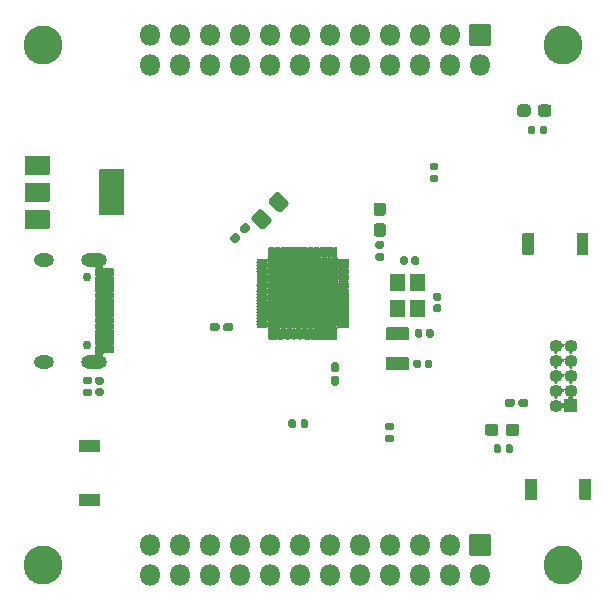
<source format=gbr>
G04 #@! TF.GenerationSoftware,KiCad,Pcbnew,(5.1.10-1-10_14)*
G04 #@! TF.CreationDate,2021-09-03T00:17:14+08:00*
G04 #@! TF.ProjectId,stm32f401_devboard,73746d33-3266-4343-9031-5f646576626f,rev?*
G04 #@! TF.SameCoordinates,Original*
G04 #@! TF.FileFunction,Soldermask,Top*
G04 #@! TF.FilePolarity,Negative*
%FSLAX46Y46*%
G04 Gerber Fmt 4.6, Leading zero omitted, Abs format (unit mm)*
G04 Created by KiCad (PCBNEW (5.1.10-1-10_14)) date 2021-09-03 00:17:14*
%MOMM*%
%LPD*%
G01*
G04 APERTURE LIST*
%ADD10C,3.302000*%
%ADD11O,1.802000X1.802000*%
%ADD12O,2.202000X1.102000*%
%ADD13C,0.752000*%
%ADD14O,1.702000X1.102000*%
%ADD15O,1.102000X1.102000*%
%ADD16C,0.100000*%
G04 APERTURE END LIST*
D10*
X147000000Y-117000000D03*
X103000000Y-117000000D03*
X147000000Y-73000000D03*
X103000000Y-73000000D03*
G36*
G01*
X106549500Y-102079000D02*
X106970500Y-102079000D01*
G75*
G02*
X107131000Y-102239500I0J-160500D01*
G01*
X107131000Y-102560500D01*
G75*
G02*
X106970500Y-102721000I-160500J0D01*
G01*
X106549500Y-102721000D01*
G75*
G02*
X106389000Y-102560500I0J160500D01*
G01*
X106389000Y-102239500D01*
G75*
G02*
X106549500Y-102079000I160500J0D01*
G01*
G37*
G36*
G01*
X106549500Y-101059000D02*
X106970500Y-101059000D01*
G75*
G02*
X107131000Y-101219500I0J-160500D01*
G01*
X107131000Y-101540500D01*
G75*
G02*
X106970500Y-101701000I-160500J0D01*
G01*
X106549500Y-101701000D01*
G75*
G02*
X106389000Y-101540500I0J160500D01*
G01*
X106389000Y-101219500D01*
G75*
G02*
X106549500Y-101059000I160500J0D01*
G01*
G37*
G36*
G01*
X107574500Y-102039000D02*
X107965500Y-102039000D01*
G75*
G02*
X108131000Y-102204500I0J-165500D01*
G01*
X108131000Y-102535500D01*
G75*
G02*
X107965500Y-102701000I-165500J0D01*
G01*
X107574500Y-102701000D01*
G75*
G02*
X107409000Y-102535500I0J165500D01*
G01*
X107409000Y-102204500D01*
G75*
G02*
X107574500Y-102039000I165500J0D01*
G01*
G37*
G36*
G01*
X107574500Y-101079000D02*
X107965500Y-101079000D01*
G75*
G02*
X108131000Y-101244500I0J-165500D01*
G01*
X108131000Y-101575500D01*
G75*
G02*
X107965500Y-101741000I-165500J0D01*
G01*
X107574500Y-101741000D01*
G75*
G02*
X107409000Y-101575500I0J165500D01*
G01*
X107409000Y-101244500D01*
G75*
G02*
X107574500Y-101079000I165500J0D01*
G01*
G37*
G36*
G01*
X141561000Y-105307000D02*
X141561000Y-105833000D01*
G75*
G02*
X141298000Y-106096000I-263000J0D01*
G01*
X140672000Y-106096000D01*
G75*
G02*
X140409000Y-105833000I0J263000D01*
G01*
X140409000Y-105307000D01*
G75*
G02*
X140672000Y-105044000I263000J0D01*
G01*
X141298000Y-105044000D01*
G75*
G02*
X141561000Y-105307000I0J-263000D01*
G01*
G37*
G36*
G01*
X143311000Y-105307000D02*
X143311000Y-105833000D01*
G75*
G02*
X143048000Y-106096000I-263000J0D01*
G01*
X142422000Y-106096000D01*
G75*
G02*
X142159000Y-105833000I0J263000D01*
G01*
X142159000Y-105307000D01*
G75*
G02*
X142422000Y-105044000I263000J0D01*
G01*
X143048000Y-105044000D01*
G75*
G02*
X143311000Y-105307000I0J-263000D01*
G01*
G37*
G36*
G01*
X144291000Y-78277000D02*
X144291000Y-78803000D01*
G75*
G02*
X144028000Y-79066000I-263000J0D01*
G01*
X143402000Y-79066000D01*
G75*
G02*
X143139000Y-78803000I0J263000D01*
G01*
X143139000Y-78277000D01*
G75*
G02*
X143402000Y-78014000I263000J0D01*
G01*
X144028000Y-78014000D01*
G75*
G02*
X144291000Y-78277000I0J-263000D01*
G01*
G37*
G36*
G01*
X146041000Y-78277000D02*
X146041000Y-78803000D01*
G75*
G02*
X145778000Y-79066000I-263000J0D01*
G01*
X145152000Y-79066000D01*
G75*
G02*
X144889000Y-78803000I0J263000D01*
G01*
X144889000Y-78277000D01*
G75*
G02*
X145152000Y-78014000I263000J0D01*
G01*
X145778000Y-78014000D01*
G75*
G02*
X146041000Y-78277000I0J-263000D01*
G01*
G37*
G36*
G01*
X127910500Y-100681000D02*
X127549500Y-100681000D01*
G75*
G02*
X127369000Y-100500500I0J180500D01*
G01*
X127369000Y-100024500D01*
G75*
G02*
X127549500Y-99844000I180500J0D01*
G01*
X127910500Y-99844000D01*
G75*
G02*
X128091000Y-100024500I0J-180500D01*
G01*
X128091000Y-100500500D01*
G75*
G02*
X127910500Y-100681000I-180500J0D01*
G01*
G37*
G36*
G01*
X127910500Y-101816000D02*
X127549500Y-101816000D01*
G75*
G02*
X127369000Y-101635500I0J180500D01*
G01*
X127369000Y-101159500D01*
G75*
G02*
X127549500Y-100979000I180500J0D01*
G01*
X127910500Y-100979000D01*
G75*
G02*
X128091000Y-101159500I0J-180500D01*
G01*
X128091000Y-101635500D01*
G75*
G02*
X127910500Y-101816000I-180500J0D01*
G01*
G37*
G36*
G01*
X118249000Y-97040500D02*
X118249000Y-96679500D01*
G75*
G02*
X118429500Y-96499000I180500J0D01*
G01*
X118905500Y-96499000D01*
G75*
G02*
X119086000Y-96679500I0J-180500D01*
G01*
X119086000Y-97040500D01*
G75*
G02*
X118905500Y-97221000I-180500J0D01*
G01*
X118429500Y-97221000D01*
G75*
G02*
X118249000Y-97040500I0J180500D01*
G01*
G37*
G36*
G01*
X117114000Y-97040500D02*
X117114000Y-96679500D01*
G75*
G02*
X117294500Y-96499000I180500J0D01*
G01*
X117770500Y-96499000D01*
G75*
G02*
X117951000Y-96679500I0J-180500D01*
G01*
X117951000Y-97040500D01*
G75*
G02*
X117770500Y-97221000I-180500J0D01*
G01*
X117294500Y-97221000D01*
G75*
G02*
X117114000Y-97040500I0J180500D01*
G01*
G37*
G36*
G01*
X119457009Y-88867726D02*
X119712274Y-89122991D01*
G75*
G02*
X119712274Y-89378257I-127633J-127633D01*
G01*
X119375691Y-89714840D01*
G75*
G02*
X119120425Y-89714840I-127633J127633D01*
G01*
X118865160Y-89459575D01*
G75*
G02*
X118865160Y-89204309I127633J127633D01*
G01*
X119201743Y-88867726D01*
G75*
G02*
X119457009Y-88867726I127633J-127633D01*
G01*
G37*
G36*
G01*
X120259575Y-88065160D02*
X120514840Y-88320425D01*
G75*
G02*
X120514840Y-88575691I-127633J-127633D01*
G01*
X120178257Y-88912274D01*
G75*
G02*
X119922991Y-88912274I-127633J127633D01*
G01*
X119667726Y-88657009D01*
G75*
G02*
X119667726Y-88401743I127633J127633D01*
G01*
X120004309Y-88065160D01*
G75*
G02*
X120259575Y-88065160I127633J-127633D01*
G01*
G37*
D11*
X112060000Y-117860000D03*
X112060000Y-115320000D03*
X114600000Y-117860000D03*
X114600000Y-115320000D03*
X117140000Y-117860000D03*
X117140000Y-115320000D03*
X119680000Y-117860000D03*
X119680000Y-115320000D03*
X122220000Y-117860000D03*
X122220000Y-115320000D03*
X124760000Y-117860000D03*
X124760000Y-115320000D03*
X127300000Y-117860000D03*
X127300000Y-115320000D03*
X129840000Y-117860000D03*
X129840000Y-115320000D03*
X132380000Y-117860000D03*
X132380000Y-115320000D03*
X134920000Y-117860000D03*
X134920000Y-115320000D03*
X137460000Y-117860000D03*
X137460000Y-115320000D03*
X140000000Y-117860000D03*
G36*
G01*
X139150000Y-114419000D02*
X140850000Y-114419000D01*
G75*
G02*
X140901000Y-114470000I0J-51000D01*
G01*
X140901000Y-116170000D01*
G75*
G02*
X140850000Y-116221000I-51000J0D01*
G01*
X139150000Y-116221000D01*
G75*
G02*
X139099000Y-116170000I0J51000D01*
G01*
X139099000Y-114470000D01*
G75*
G02*
X139150000Y-114419000I51000J0D01*
G01*
G37*
X112060000Y-74680000D03*
X112060000Y-72140000D03*
X114600000Y-74680000D03*
X114600000Y-72140000D03*
X117140000Y-74680000D03*
X117140000Y-72140000D03*
X119680000Y-74680000D03*
X119680000Y-72140000D03*
X122220000Y-74680000D03*
X122220000Y-72140000D03*
X124760000Y-74680000D03*
X124760000Y-72140000D03*
X127300000Y-74680000D03*
X127300000Y-72140000D03*
X129840000Y-74680000D03*
X129840000Y-72140000D03*
X132380000Y-74680000D03*
X132380000Y-72140000D03*
X134920000Y-74680000D03*
X134920000Y-72140000D03*
X137460000Y-74680000D03*
X137460000Y-72140000D03*
X140000000Y-74680000D03*
G36*
G01*
X139150000Y-71239000D02*
X140850000Y-71239000D01*
G75*
G02*
X140901000Y-71290000I0J-51000D01*
G01*
X140901000Y-72990000D01*
G75*
G02*
X140850000Y-73041000I-51000J0D01*
G01*
X139150000Y-73041000D01*
G75*
G02*
X139099000Y-72990000I0J51000D01*
G01*
X139099000Y-71290000D01*
G75*
G02*
X139150000Y-71239000I51000J0D01*
G01*
G37*
G36*
G01*
X143239000Y-103460500D02*
X143239000Y-103099500D01*
G75*
G02*
X143419500Y-102919000I180500J0D01*
G01*
X143895500Y-102919000D01*
G75*
G02*
X144076000Y-103099500I0J-180500D01*
G01*
X144076000Y-103460500D01*
G75*
G02*
X143895500Y-103641000I-180500J0D01*
G01*
X143419500Y-103641000D01*
G75*
G02*
X143239000Y-103460500I0J180500D01*
G01*
G37*
G36*
G01*
X142104000Y-103460500D02*
X142104000Y-103099500D01*
G75*
G02*
X142284500Y-102919000I180500J0D01*
G01*
X142760500Y-102919000D01*
G75*
G02*
X142941000Y-103099500I0J-180500D01*
G01*
X142941000Y-103460500D01*
G75*
G02*
X142760500Y-103641000I-180500J0D01*
G01*
X142284500Y-103641000D01*
G75*
G02*
X142104000Y-103460500I0J180500D01*
G01*
G37*
G36*
G01*
X133630001Y-96051000D02*
X132429999Y-96051000D01*
G75*
G02*
X132379000Y-96000001I0J50999D01*
G01*
X132379000Y-94599999D01*
G75*
G02*
X132429999Y-94549000I50999J0D01*
G01*
X133630001Y-94549000D01*
G75*
G02*
X133681000Y-94599999I0J-50999D01*
G01*
X133681000Y-96000001D01*
G75*
G02*
X133630001Y-96051000I-50999J0D01*
G01*
G37*
G36*
G01*
X133630001Y-93851000D02*
X132429999Y-93851000D01*
G75*
G02*
X132379000Y-93800001I0J50999D01*
G01*
X132379000Y-92399999D01*
G75*
G02*
X132429999Y-92349000I50999J0D01*
G01*
X133630001Y-92349000D01*
G75*
G02*
X133681000Y-92399999I0J-50999D01*
G01*
X133681000Y-93800001D01*
G75*
G02*
X133630001Y-93851000I-50999J0D01*
G01*
G37*
G36*
G01*
X135330001Y-93851000D02*
X134129999Y-93851000D01*
G75*
G02*
X134079000Y-93800001I0J50999D01*
G01*
X134079000Y-92399999D01*
G75*
G02*
X134129999Y-92349000I50999J0D01*
G01*
X135330001Y-92349000D01*
G75*
G02*
X135381000Y-92399999I0J-50999D01*
G01*
X135381000Y-93800001D01*
G75*
G02*
X135330001Y-93851000I-50999J0D01*
G01*
G37*
G36*
G01*
X135330001Y-96051000D02*
X134129999Y-96051000D01*
G75*
G02*
X134079000Y-96000001I0J50999D01*
G01*
X134079000Y-94599999D01*
G75*
G02*
X134129999Y-94549000I50999J0D01*
G01*
X135330001Y-94549000D01*
G75*
G02*
X135381000Y-94599999I0J-50999D01*
G01*
X135381000Y-96000001D01*
G75*
G02*
X135330001Y-96051000I-50999J0D01*
G01*
G37*
G36*
G01*
X107480000Y-98399000D02*
X108930000Y-98399000D01*
G75*
G02*
X108981000Y-98450000I0J-51000D01*
G01*
X108981000Y-99050000D01*
G75*
G02*
X108930000Y-99101000I-51000J0D01*
G01*
X107480000Y-99101000D01*
G75*
G02*
X107429000Y-99050000I0J51000D01*
G01*
X107429000Y-98450000D01*
G75*
G02*
X107480000Y-98399000I51000J0D01*
G01*
G37*
G36*
G01*
X107480000Y-97599000D02*
X108930000Y-97599000D01*
G75*
G02*
X108981000Y-97650000I0J-51000D01*
G01*
X108981000Y-98250000D01*
G75*
G02*
X108930000Y-98301000I-51000J0D01*
G01*
X107480000Y-98301000D01*
G75*
G02*
X107429000Y-98250000I0J51000D01*
G01*
X107429000Y-97650000D01*
G75*
G02*
X107480000Y-97599000I51000J0D01*
G01*
G37*
G36*
G01*
X107480000Y-92699000D02*
X108930000Y-92699000D01*
G75*
G02*
X108981000Y-92750000I0J-51000D01*
G01*
X108981000Y-93350000D01*
G75*
G02*
X108930000Y-93401000I-51000J0D01*
G01*
X107480000Y-93401000D01*
G75*
G02*
X107429000Y-93350000I0J51000D01*
G01*
X107429000Y-92750000D01*
G75*
G02*
X107480000Y-92699000I51000J0D01*
G01*
G37*
G36*
G01*
X107480000Y-91899000D02*
X108930000Y-91899000D01*
G75*
G02*
X108981000Y-91950000I0J-51000D01*
G01*
X108981000Y-92550000D01*
G75*
G02*
X108930000Y-92601000I-51000J0D01*
G01*
X107480000Y-92601000D01*
G75*
G02*
X107429000Y-92550000I0J51000D01*
G01*
X107429000Y-91950000D01*
G75*
G02*
X107480000Y-91899000I51000J0D01*
G01*
G37*
G36*
G01*
X107480000Y-91899000D02*
X108930000Y-91899000D01*
G75*
G02*
X108981000Y-91950000I0J-51000D01*
G01*
X108981000Y-92550000D01*
G75*
G02*
X108930000Y-92601000I-51000J0D01*
G01*
X107480000Y-92601000D01*
G75*
G02*
X107429000Y-92550000I0J51000D01*
G01*
X107429000Y-91950000D01*
G75*
G02*
X107480000Y-91899000I51000J0D01*
G01*
G37*
G36*
G01*
X107480000Y-92699000D02*
X108930000Y-92699000D01*
G75*
G02*
X108981000Y-92750000I0J-51000D01*
G01*
X108981000Y-93350000D01*
G75*
G02*
X108930000Y-93401000I-51000J0D01*
G01*
X107480000Y-93401000D01*
G75*
G02*
X107429000Y-93350000I0J51000D01*
G01*
X107429000Y-92750000D01*
G75*
G02*
X107480000Y-92699000I51000J0D01*
G01*
G37*
G36*
G01*
X107480000Y-97599000D02*
X108930000Y-97599000D01*
G75*
G02*
X108981000Y-97650000I0J-51000D01*
G01*
X108981000Y-98250000D01*
G75*
G02*
X108930000Y-98301000I-51000J0D01*
G01*
X107480000Y-98301000D01*
G75*
G02*
X107429000Y-98250000I0J51000D01*
G01*
X107429000Y-97650000D01*
G75*
G02*
X107480000Y-97599000I51000J0D01*
G01*
G37*
G36*
G01*
X107480000Y-98399000D02*
X108930000Y-98399000D01*
G75*
G02*
X108981000Y-98450000I0J-51000D01*
G01*
X108981000Y-99050000D01*
G75*
G02*
X108930000Y-99101000I-51000J0D01*
G01*
X107480000Y-99101000D01*
G75*
G02*
X107429000Y-99050000I0J51000D01*
G01*
X107429000Y-98450000D01*
G75*
G02*
X107480000Y-98399000I51000J0D01*
G01*
G37*
G36*
G01*
X107480000Y-93549000D02*
X108930000Y-93549000D01*
G75*
G02*
X108981000Y-93600000I0J-51000D01*
G01*
X108981000Y-93900000D01*
G75*
G02*
X108930000Y-93951000I-51000J0D01*
G01*
X107480000Y-93951000D01*
G75*
G02*
X107429000Y-93900000I0J51000D01*
G01*
X107429000Y-93600000D01*
G75*
G02*
X107480000Y-93549000I51000J0D01*
G01*
G37*
G36*
G01*
X107480000Y-94049000D02*
X108930000Y-94049000D01*
G75*
G02*
X108981000Y-94100000I0J-51000D01*
G01*
X108981000Y-94400000D01*
G75*
G02*
X108930000Y-94451000I-51000J0D01*
G01*
X107480000Y-94451000D01*
G75*
G02*
X107429000Y-94400000I0J51000D01*
G01*
X107429000Y-94100000D01*
G75*
G02*
X107480000Y-94049000I51000J0D01*
G01*
G37*
G36*
G01*
X107480000Y-94549000D02*
X108930000Y-94549000D01*
G75*
G02*
X108981000Y-94600000I0J-51000D01*
G01*
X108981000Y-94900000D01*
G75*
G02*
X108930000Y-94951000I-51000J0D01*
G01*
X107480000Y-94951000D01*
G75*
G02*
X107429000Y-94900000I0J51000D01*
G01*
X107429000Y-94600000D01*
G75*
G02*
X107480000Y-94549000I51000J0D01*
G01*
G37*
G36*
G01*
X107480000Y-95549000D02*
X108930000Y-95549000D01*
G75*
G02*
X108981000Y-95600000I0J-51000D01*
G01*
X108981000Y-95900000D01*
G75*
G02*
X108930000Y-95951000I-51000J0D01*
G01*
X107480000Y-95951000D01*
G75*
G02*
X107429000Y-95900000I0J51000D01*
G01*
X107429000Y-95600000D01*
G75*
G02*
X107480000Y-95549000I51000J0D01*
G01*
G37*
G36*
G01*
X107480000Y-96049000D02*
X108930000Y-96049000D01*
G75*
G02*
X108981000Y-96100000I0J-51000D01*
G01*
X108981000Y-96400000D01*
G75*
G02*
X108930000Y-96451000I-51000J0D01*
G01*
X107480000Y-96451000D01*
G75*
G02*
X107429000Y-96400000I0J51000D01*
G01*
X107429000Y-96100000D01*
G75*
G02*
X107480000Y-96049000I51000J0D01*
G01*
G37*
G36*
G01*
X107480000Y-96549000D02*
X108930000Y-96549000D01*
G75*
G02*
X108981000Y-96600000I0J-51000D01*
G01*
X108981000Y-96900000D01*
G75*
G02*
X108930000Y-96951000I-51000J0D01*
G01*
X107480000Y-96951000D01*
G75*
G02*
X107429000Y-96900000I0J51000D01*
G01*
X107429000Y-96600000D01*
G75*
G02*
X107480000Y-96549000I51000J0D01*
G01*
G37*
G36*
G01*
X107480000Y-97049000D02*
X108930000Y-97049000D01*
G75*
G02*
X108981000Y-97100000I0J-51000D01*
G01*
X108981000Y-97400000D01*
G75*
G02*
X108930000Y-97451000I-51000J0D01*
G01*
X107480000Y-97451000D01*
G75*
G02*
X107429000Y-97400000I0J51000D01*
G01*
X107429000Y-97100000D01*
G75*
G02*
X107480000Y-97049000I51000J0D01*
G01*
G37*
G36*
G01*
X107480000Y-95049000D02*
X108930000Y-95049000D01*
G75*
G02*
X108981000Y-95100000I0J-51000D01*
G01*
X108981000Y-95400000D01*
G75*
G02*
X108930000Y-95451000I-51000J0D01*
G01*
X107480000Y-95451000D01*
G75*
G02*
X107429000Y-95400000I0J51000D01*
G01*
X107429000Y-95100000D01*
G75*
G02*
X107480000Y-95049000I51000J0D01*
G01*
G37*
D12*
X107290000Y-99820000D03*
X107290000Y-91180000D03*
D13*
X106760000Y-92610000D03*
D14*
X103110000Y-91180000D03*
D13*
X106760000Y-98390000D03*
D14*
X103110000Y-99820000D03*
G36*
G01*
X101449000Y-83910000D02*
X101449000Y-82410000D01*
G75*
G02*
X101500000Y-82359000I51000J0D01*
G01*
X103500000Y-82359000D01*
G75*
G02*
X103551000Y-82410000I0J-51000D01*
G01*
X103551000Y-83910000D01*
G75*
G02*
X103500000Y-83961000I-51000J0D01*
G01*
X101500000Y-83961000D01*
G75*
G02*
X101449000Y-83910000I0J51000D01*
G01*
G37*
G36*
G01*
X101449000Y-88510000D02*
X101449000Y-87010000D01*
G75*
G02*
X101500000Y-86959000I51000J0D01*
G01*
X103500000Y-86959000D01*
G75*
G02*
X103551000Y-87010000I0J-51000D01*
G01*
X103551000Y-88510000D01*
G75*
G02*
X103500000Y-88561000I-51000J0D01*
G01*
X101500000Y-88561000D01*
G75*
G02*
X101449000Y-88510000I0J51000D01*
G01*
G37*
G36*
G01*
X101449000Y-86210000D02*
X101449000Y-84710000D01*
G75*
G02*
X101500000Y-84659000I51000J0D01*
G01*
X103500000Y-84659000D01*
G75*
G02*
X103551000Y-84710000I0J-51000D01*
G01*
X103551000Y-86210000D01*
G75*
G02*
X103500000Y-86261000I-51000J0D01*
G01*
X101500000Y-86261000D01*
G75*
G02*
X101449000Y-86210000I0J51000D01*
G01*
G37*
G36*
G01*
X107749000Y-87360000D02*
X107749000Y-83560000D01*
G75*
G02*
X107800000Y-83509000I51000J0D01*
G01*
X109800000Y-83509000D01*
G75*
G02*
X109851000Y-83560000I0J-51000D01*
G01*
X109851000Y-87360000D01*
G75*
G02*
X109800000Y-87411000I-51000J0D01*
G01*
X107800000Y-87411000D01*
G75*
G02*
X107749000Y-87360000I0J51000D01*
G01*
G37*
G36*
G01*
X106060002Y-106419031D02*
X107759998Y-106419031D01*
G75*
G02*
X107810998Y-106470031I0J-51000D01*
G01*
X107810998Y-107370029D01*
G75*
G02*
X107759998Y-107421029I-51000J0D01*
G01*
X106060002Y-107421029D01*
G75*
G02*
X106009002Y-107370029I0J51000D01*
G01*
X106009002Y-106470031D01*
G75*
G02*
X106060002Y-106419031I51000J0D01*
G01*
G37*
G36*
G01*
X106060002Y-111018971D02*
X107759998Y-111018971D01*
G75*
G02*
X107810998Y-111069971I0J-51000D01*
G01*
X107810998Y-111969969D01*
G75*
G02*
X107759998Y-112020969I-51000J0D01*
G01*
X106060002Y-112020969D01*
G75*
G02*
X106009002Y-111969969I0J51000D01*
G01*
X106009002Y-111069971D01*
G75*
G02*
X106060002Y-111018971I51000J0D01*
G01*
G37*
G36*
G01*
X143569031Y-90669998D02*
X143569031Y-88970002D01*
G75*
G02*
X143620031Y-88919002I51000J0D01*
G01*
X144520029Y-88919002D01*
G75*
G02*
X144571029Y-88970002I0J-51000D01*
G01*
X144571029Y-90669998D01*
G75*
G02*
X144520029Y-90720998I-51000J0D01*
G01*
X143620031Y-90720998D01*
G75*
G02*
X143569031Y-90669998I0J51000D01*
G01*
G37*
G36*
G01*
X148168971Y-90669998D02*
X148168971Y-88970002D01*
G75*
G02*
X148219971Y-88919002I51000J0D01*
G01*
X149119969Y-88919002D01*
G75*
G02*
X149170969Y-88970002I0J-51000D01*
G01*
X149170969Y-90669998D01*
G75*
G02*
X149119969Y-90720998I-51000J0D01*
G01*
X148219971Y-90720998D01*
G75*
G02*
X148168971Y-90669998I0J51000D01*
G01*
G37*
G36*
G01*
X135899500Y-83969000D02*
X136320500Y-83969000D01*
G75*
G02*
X136481000Y-84129500I0J-160500D01*
G01*
X136481000Y-84450500D01*
G75*
G02*
X136320500Y-84611000I-160500J0D01*
G01*
X135899500Y-84611000D01*
G75*
G02*
X135739000Y-84450500I0J160500D01*
G01*
X135739000Y-84129500D01*
G75*
G02*
X135899500Y-83969000I160500J0D01*
G01*
G37*
G36*
G01*
X135899500Y-82949000D02*
X136320500Y-82949000D01*
G75*
G02*
X136481000Y-83109500I0J-160500D01*
G01*
X136481000Y-83430500D01*
G75*
G02*
X136320500Y-83591000I-160500J0D01*
G01*
X135899500Y-83591000D01*
G75*
G02*
X135739000Y-83430500I0J160500D01*
G01*
X135739000Y-83109500D01*
G75*
G02*
X135899500Y-82949000I160500J0D01*
G01*
G37*
G36*
G01*
X131720500Y-90231000D02*
X131299500Y-90231000D01*
G75*
G02*
X131139000Y-90070500I0J160500D01*
G01*
X131139000Y-89749500D01*
G75*
G02*
X131299500Y-89589000I160500J0D01*
G01*
X131720500Y-89589000D01*
G75*
G02*
X131881000Y-89749500I0J-160500D01*
G01*
X131881000Y-90070500D01*
G75*
G02*
X131720500Y-90231000I-160500J0D01*
G01*
G37*
G36*
G01*
X131720500Y-91251000D02*
X131299500Y-91251000D01*
G75*
G02*
X131139000Y-91090500I0J160500D01*
G01*
X131139000Y-90769500D01*
G75*
G02*
X131299500Y-90609000I160500J0D01*
G01*
X131720500Y-90609000D01*
G75*
G02*
X131881000Y-90769500I0J-160500D01*
G01*
X131881000Y-91090500D01*
G75*
G02*
X131720500Y-91251000I-160500J0D01*
G01*
G37*
G36*
G01*
X141791000Y-106959500D02*
X141791000Y-107380500D01*
G75*
G02*
X141630500Y-107541000I-160500J0D01*
G01*
X141309500Y-107541000D01*
G75*
G02*
X141149000Y-107380500I0J160500D01*
G01*
X141149000Y-106959500D01*
G75*
G02*
X141309500Y-106799000I160500J0D01*
G01*
X141630500Y-106799000D01*
G75*
G02*
X141791000Y-106959500I0J-160500D01*
G01*
G37*
G36*
G01*
X142811000Y-106959500D02*
X142811000Y-107380500D01*
G75*
G02*
X142650500Y-107541000I-160500J0D01*
G01*
X142329500Y-107541000D01*
G75*
G02*
X142169000Y-107380500I0J160500D01*
G01*
X142169000Y-106959500D01*
G75*
G02*
X142329500Y-106799000I160500J0D01*
G01*
X142650500Y-106799000D01*
G75*
G02*
X142811000Y-106959500I0J-160500D01*
G01*
G37*
G36*
G01*
X144671000Y-79969500D02*
X144671000Y-80390500D01*
G75*
G02*
X144510500Y-80551000I-160500J0D01*
G01*
X144189500Y-80551000D01*
G75*
G02*
X144029000Y-80390500I0J160500D01*
G01*
X144029000Y-79969500D01*
G75*
G02*
X144189500Y-79809000I160500J0D01*
G01*
X144510500Y-79809000D01*
G75*
G02*
X144671000Y-79969500I0J-160500D01*
G01*
G37*
G36*
G01*
X145691000Y-79969500D02*
X145691000Y-80390500D01*
G75*
G02*
X145530500Y-80551000I-160500J0D01*
G01*
X145209500Y-80551000D01*
G75*
G02*
X145049000Y-80390500I0J160500D01*
G01*
X145049000Y-79969500D01*
G75*
G02*
X145209500Y-79809000I160500J0D01*
G01*
X145530500Y-79809000D01*
G75*
G02*
X145691000Y-79969500I0J-160500D01*
G01*
G37*
G36*
G01*
X124799000Y-105260500D02*
X124799000Y-104839500D01*
G75*
G02*
X124959500Y-104679000I160500J0D01*
G01*
X125280500Y-104679000D01*
G75*
G02*
X125441000Y-104839500I0J-160500D01*
G01*
X125441000Y-105260500D01*
G75*
G02*
X125280500Y-105421000I-160500J0D01*
G01*
X124959500Y-105421000D01*
G75*
G02*
X124799000Y-105260500I0J160500D01*
G01*
G37*
G36*
G01*
X123779000Y-105260500D02*
X123779000Y-104839500D01*
G75*
G02*
X123939500Y-104679000I160500J0D01*
G01*
X124260500Y-104679000D01*
G75*
G02*
X124421000Y-104839500I0J-160500D01*
G01*
X124421000Y-105260500D01*
G75*
G02*
X124260500Y-105421000I-160500J0D01*
G01*
X123939500Y-105421000D01*
G75*
G02*
X123779000Y-105260500I0J160500D01*
G01*
G37*
G36*
G01*
X132560500Y-105601000D02*
X132139500Y-105601000D01*
G75*
G02*
X131979000Y-105440500I0J160500D01*
G01*
X131979000Y-105119500D01*
G75*
G02*
X132139500Y-104959000I160500J0D01*
G01*
X132560500Y-104959000D01*
G75*
G02*
X132721000Y-105119500I0J-160500D01*
G01*
X132721000Y-105440500D01*
G75*
G02*
X132560500Y-105601000I-160500J0D01*
G01*
G37*
G36*
G01*
X132560500Y-106621000D02*
X132139500Y-106621000D01*
G75*
G02*
X131979000Y-106460500I0J160500D01*
G01*
X131979000Y-106139500D01*
G75*
G02*
X132139500Y-105979000I160500J0D01*
G01*
X132560500Y-105979000D01*
G75*
G02*
X132721000Y-106139500I0J-160500D01*
G01*
X132721000Y-106460500D01*
G75*
G02*
X132560500Y-106621000I-160500J0D01*
G01*
G37*
G36*
G01*
X135011000Y-99794500D02*
X135011000Y-100185500D01*
G75*
G02*
X134845500Y-100351000I-165500J0D01*
G01*
X134514500Y-100351000D01*
G75*
G02*
X134349000Y-100185500I0J165500D01*
G01*
X134349000Y-99794500D01*
G75*
G02*
X134514500Y-99629000I165500J0D01*
G01*
X134845500Y-99629000D01*
G75*
G02*
X135011000Y-99794500I0J-165500D01*
G01*
G37*
G36*
G01*
X135971000Y-99794500D02*
X135971000Y-100185500D01*
G75*
G02*
X135805500Y-100351000I-165500J0D01*
G01*
X135474500Y-100351000D01*
G75*
G02*
X135309000Y-100185500I0J165500D01*
G01*
X135309000Y-99794500D01*
G75*
G02*
X135474500Y-99629000I165500J0D01*
G01*
X135805500Y-99629000D01*
G75*
G02*
X135971000Y-99794500I0J-165500D01*
G01*
G37*
G36*
G01*
X135121000Y-97194500D02*
X135121000Y-97585500D01*
G75*
G02*
X134955500Y-97751000I-165500J0D01*
G01*
X134624500Y-97751000D01*
G75*
G02*
X134459000Y-97585500I0J165500D01*
G01*
X134459000Y-97194500D01*
G75*
G02*
X134624500Y-97029000I165500J0D01*
G01*
X134955500Y-97029000D01*
G75*
G02*
X135121000Y-97194500I0J-165500D01*
G01*
G37*
G36*
G01*
X136081000Y-97194500D02*
X136081000Y-97585500D01*
G75*
G02*
X135915500Y-97751000I-165500J0D01*
G01*
X135584500Y-97751000D01*
G75*
G02*
X135419000Y-97585500I0J165500D01*
G01*
X135419000Y-97194500D01*
G75*
G02*
X135584500Y-97029000I165500J0D01*
G01*
X135915500Y-97029000D01*
G75*
G02*
X136081000Y-97194500I0J-165500D01*
G01*
G37*
G36*
G01*
X133891000Y-91054500D02*
X133891000Y-91445500D01*
G75*
G02*
X133725500Y-91611000I-165500J0D01*
G01*
X133394500Y-91611000D01*
G75*
G02*
X133229000Y-91445500I0J165500D01*
G01*
X133229000Y-91054500D01*
G75*
G02*
X133394500Y-90889000I165500J0D01*
G01*
X133725500Y-90889000D01*
G75*
G02*
X133891000Y-91054500I0J-165500D01*
G01*
G37*
G36*
G01*
X134851000Y-91054500D02*
X134851000Y-91445500D01*
G75*
G02*
X134685500Y-91611000I-165500J0D01*
G01*
X134354500Y-91611000D01*
G75*
G02*
X134189000Y-91445500I0J165500D01*
G01*
X134189000Y-91054500D01*
G75*
G02*
X134354500Y-90889000I165500J0D01*
G01*
X134685500Y-90889000D01*
G75*
G02*
X134851000Y-91054500I0J-165500D01*
G01*
G37*
G36*
G01*
X136174500Y-94939000D02*
X136565500Y-94939000D01*
G75*
G02*
X136731000Y-95104500I0J-165500D01*
G01*
X136731000Y-95435500D01*
G75*
G02*
X136565500Y-95601000I-165500J0D01*
G01*
X136174500Y-95601000D01*
G75*
G02*
X136009000Y-95435500I0J165500D01*
G01*
X136009000Y-95104500D01*
G75*
G02*
X136174500Y-94939000I165500J0D01*
G01*
G37*
G36*
G01*
X136174500Y-93979000D02*
X136565500Y-93979000D01*
G75*
G02*
X136731000Y-94144500I0J-165500D01*
G01*
X136731000Y-94475500D01*
G75*
G02*
X136565500Y-94641000I-165500J0D01*
G01*
X136174500Y-94641000D01*
G75*
G02*
X136009000Y-94475500I0J165500D01*
G01*
X136009000Y-94144500D01*
G75*
G02*
X136174500Y-93979000I165500J0D01*
G01*
G37*
G36*
G01*
X131247000Y-88069000D02*
X131773000Y-88069000D01*
G75*
G02*
X132036000Y-88332000I0J-263000D01*
G01*
X132036000Y-88958000D01*
G75*
G02*
X131773000Y-89221000I-263000J0D01*
G01*
X131247000Y-89221000D01*
G75*
G02*
X130984000Y-88958000I0J263000D01*
G01*
X130984000Y-88332000D01*
G75*
G02*
X131247000Y-88069000I263000J0D01*
G01*
G37*
G36*
G01*
X131247000Y-86319000D02*
X131773000Y-86319000D01*
G75*
G02*
X132036000Y-86582000I0J-263000D01*
G01*
X132036000Y-87208000D01*
G75*
G02*
X131773000Y-87471000I-263000J0D01*
G01*
X131247000Y-87471000D01*
G75*
G02*
X130984000Y-87208000I0J263000D01*
G01*
X130984000Y-86582000D01*
G75*
G02*
X131247000Y-86319000I263000J0D01*
G01*
G37*
G36*
G01*
X143809031Y-111439998D02*
X143809031Y-109740002D01*
G75*
G02*
X143860031Y-109689002I51000J0D01*
G01*
X144760029Y-109689002D01*
G75*
G02*
X144811029Y-109740002I0J-51000D01*
G01*
X144811029Y-111439998D01*
G75*
G02*
X144760029Y-111490998I-51000J0D01*
G01*
X143860031Y-111490998D01*
G75*
G02*
X143809031Y-111439998I0J51000D01*
G01*
G37*
G36*
G01*
X148408971Y-111439998D02*
X148408971Y-109740002D01*
G75*
G02*
X148459971Y-109689002I51000J0D01*
G01*
X149359969Y-109689002D01*
G75*
G02*
X149410969Y-109740002I0J-51000D01*
G01*
X149410969Y-111439998D01*
G75*
G02*
X149359969Y-111490998I-51000J0D01*
G01*
X148459971Y-111490998D01*
G75*
G02*
X148408971Y-111439998I0J51000D01*
G01*
G37*
G36*
G01*
X133900000Y-100501000D02*
X132100000Y-100501000D01*
G75*
G02*
X132049000Y-100450000I0J51000D01*
G01*
X132049000Y-99450000D01*
G75*
G02*
X132100000Y-99399000I51000J0D01*
G01*
X133900000Y-99399000D01*
G75*
G02*
X133951000Y-99450000I0J-51000D01*
G01*
X133951000Y-100450000D01*
G75*
G02*
X133900000Y-100501000I-51000J0D01*
G01*
G37*
G36*
G01*
X133900000Y-98001000D02*
X132100000Y-98001000D01*
G75*
G02*
X132049000Y-97950000I0J51000D01*
G01*
X132049000Y-96950000D01*
G75*
G02*
X132100000Y-96899000I51000J0D01*
G01*
X133900000Y-96899000D01*
G75*
G02*
X133951000Y-96950000I0J-51000D01*
G01*
X133951000Y-97950000D01*
G75*
G02*
X133900000Y-98001000I-51000J0D01*
G01*
G37*
D15*
X147685000Y-98430000D03*
X146415000Y-98430000D03*
X147685000Y-99700000D03*
X146415000Y-99700000D03*
X147685000Y-100970000D03*
X146415000Y-100970000D03*
X147685000Y-102240000D03*
X146415000Y-102240000D03*
X146415000Y-103510000D03*
G36*
G01*
X148236000Y-103010000D02*
X148236000Y-104010000D01*
G75*
G02*
X148185000Y-104061000I-51000J0D01*
G01*
X147185000Y-104061000D01*
G75*
G02*
X147134000Y-104010000I0J51000D01*
G01*
X147134000Y-103010000D01*
G75*
G02*
X147185000Y-102959000I51000J0D01*
G01*
X148185000Y-102959000D01*
G75*
G02*
X148236000Y-103010000I0J-51000D01*
G01*
G37*
G36*
G01*
X127851000Y-91200000D02*
X127851000Y-96800000D01*
G75*
G02*
X127800000Y-96851000I-51000J0D01*
G01*
X122200000Y-96851000D01*
G75*
G02*
X122149000Y-96800000I0J51000D01*
G01*
X122149000Y-91200000D01*
G75*
G02*
X122200000Y-91149000I51000J0D01*
G01*
X127800000Y-91149000D01*
G75*
G02*
X127851000Y-91200000I0J-51000D01*
G01*
G37*
G36*
G01*
X127926000Y-97037000D02*
X127926000Y-97838000D01*
G75*
G02*
X127838000Y-97926000I-88000J0D01*
G01*
X127662000Y-97926000D01*
G75*
G02*
X127574000Y-97838000I0J88000D01*
G01*
X127574000Y-97037000D01*
G75*
G02*
X127662000Y-96949000I88000J0D01*
G01*
X127838000Y-96949000D01*
G75*
G02*
X127926000Y-97037000I0J-88000D01*
G01*
G37*
G36*
G01*
X127426000Y-97037000D02*
X127426000Y-97838000D01*
G75*
G02*
X127338000Y-97926000I-88000J0D01*
G01*
X127162000Y-97926000D01*
G75*
G02*
X127074000Y-97838000I0J88000D01*
G01*
X127074000Y-97037000D01*
G75*
G02*
X127162000Y-96949000I88000J0D01*
G01*
X127338000Y-96949000D01*
G75*
G02*
X127426000Y-97037000I0J-88000D01*
G01*
G37*
G36*
G01*
X126926000Y-97037000D02*
X126926000Y-97838000D01*
G75*
G02*
X126838000Y-97926000I-88000J0D01*
G01*
X126662000Y-97926000D01*
G75*
G02*
X126574000Y-97838000I0J88000D01*
G01*
X126574000Y-97037000D01*
G75*
G02*
X126662000Y-96949000I88000J0D01*
G01*
X126838000Y-96949000D01*
G75*
G02*
X126926000Y-97037000I0J-88000D01*
G01*
G37*
G36*
G01*
X126426000Y-97037000D02*
X126426000Y-97838000D01*
G75*
G02*
X126338000Y-97926000I-88000J0D01*
G01*
X126162000Y-97926000D01*
G75*
G02*
X126074000Y-97838000I0J88000D01*
G01*
X126074000Y-97037000D01*
G75*
G02*
X126162000Y-96949000I88000J0D01*
G01*
X126338000Y-96949000D01*
G75*
G02*
X126426000Y-97037000I0J-88000D01*
G01*
G37*
G36*
G01*
X125926000Y-97037000D02*
X125926000Y-97838000D01*
G75*
G02*
X125838000Y-97926000I-88000J0D01*
G01*
X125662000Y-97926000D01*
G75*
G02*
X125574000Y-97838000I0J88000D01*
G01*
X125574000Y-97037000D01*
G75*
G02*
X125662000Y-96949000I88000J0D01*
G01*
X125838000Y-96949000D01*
G75*
G02*
X125926000Y-97037000I0J-88000D01*
G01*
G37*
G36*
G01*
X125426000Y-97037000D02*
X125426000Y-97838000D01*
G75*
G02*
X125338000Y-97926000I-88000J0D01*
G01*
X125162000Y-97926000D01*
G75*
G02*
X125074000Y-97838000I0J88000D01*
G01*
X125074000Y-97037000D01*
G75*
G02*
X125162000Y-96949000I88000J0D01*
G01*
X125338000Y-96949000D01*
G75*
G02*
X125426000Y-97037000I0J-88000D01*
G01*
G37*
G36*
G01*
X124926000Y-97037000D02*
X124926000Y-97838000D01*
G75*
G02*
X124838000Y-97926000I-88000J0D01*
G01*
X124662000Y-97926000D01*
G75*
G02*
X124574000Y-97838000I0J88000D01*
G01*
X124574000Y-97037000D01*
G75*
G02*
X124662000Y-96949000I88000J0D01*
G01*
X124838000Y-96949000D01*
G75*
G02*
X124926000Y-97037000I0J-88000D01*
G01*
G37*
G36*
G01*
X124426000Y-97037000D02*
X124426000Y-97838000D01*
G75*
G02*
X124338000Y-97926000I-88000J0D01*
G01*
X124162000Y-97926000D01*
G75*
G02*
X124074000Y-97838000I0J88000D01*
G01*
X124074000Y-97037000D01*
G75*
G02*
X124162000Y-96949000I88000J0D01*
G01*
X124338000Y-96949000D01*
G75*
G02*
X124426000Y-97037000I0J-88000D01*
G01*
G37*
G36*
G01*
X123926000Y-97037000D02*
X123926000Y-97838000D01*
G75*
G02*
X123838000Y-97926000I-88000J0D01*
G01*
X123662000Y-97926000D01*
G75*
G02*
X123574000Y-97838000I0J88000D01*
G01*
X123574000Y-97037000D01*
G75*
G02*
X123662000Y-96949000I88000J0D01*
G01*
X123838000Y-96949000D01*
G75*
G02*
X123926000Y-97037000I0J-88000D01*
G01*
G37*
G36*
G01*
X123426000Y-97037000D02*
X123426000Y-97838000D01*
G75*
G02*
X123338000Y-97926000I-88000J0D01*
G01*
X123162000Y-97926000D01*
G75*
G02*
X123074000Y-97838000I0J88000D01*
G01*
X123074000Y-97037000D01*
G75*
G02*
X123162000Y-96949000I88000J0D01*
G01*
X123338000Y-96949000D01*
G75*
G02*
X123426000Y-97037000I0J-88000D01*
G01*
G37*
G36*
G01*
X122926000Y-97037000D02*
X122926000Y-97838000D01*
G75*
G02*
X122838000Y-97926000I-88000J0D01*
G01*
X122662000Y-97926000D01*
G75*
G02*
X122574000Y-97838000I0J88000D01*
G01*
X122574000Y-97037000D01*
G75*
G02*
X122662000Y-96949000I88000J0D01*
G01*
X122838000Y-96949000D01*
G75*
G02*
X122926000Y-97037000I0J-88000D01*
G01*
G37*
G36*
G01*
X122426000Y-97037000D02*
X122426000Y-97838000D01*
G75*
G02*
X122338000Y-97926000I-88000J0D01*
G01*
X122162000Y-97926000D01*
G75*
G02*
X122074000Y-97838000I0J88000D01*
G01*
X122074000Y-97037000D01*
G75*
G02*
X122162000Y-96949000I88000J0D01*
G01*
X122338000Y-96949000D01*
G75*
G02*
X122426000Y-97037000I0J-88000D01*
G01*
G37*
G36*
G01*
X122051000Y-96662000D02*
X122051000Y-96838000D01*
G75*
G02*
X121963000Y-96926000I-88000J0D01*
G01*
X121162000Y-96926000D01*
G75*
G02*
X121074000Y-96838000I0J88000D01*
G01*
X121074000Y-96662000D01*
G75*
G02*
X121162000Y-96574000I88000J0D01*
G01*
X121963000Y-96574000D01*
G75*
G02*
X122051000Y-96662000I0J-88000D01*
G01*
G37*
G36*
G01*
X122051000Y-96162000D02*
X122051000Y-96338000D01*
G75*
G02*
X121963000Y-96426000I-88000J0D01*
G01*
X121162000Y-96426000D01*
G75*
G02*
X121074000Y-96338000I0J88000D01*
G01*
X121074000Y-96162000D01*
G75*
G02*
X121162000Y-96074000I88000J0D01*
G01*
X121963000Y-96074000D01*
G75*
G02*
X122051000Y-96162000I0J-88000D01*
G01*
G37*
G36*
G01*
X122051000Y-95662000D02*
X122051000Y-95838000D01*
G75*
G02*
X121963000Y-95926000I-88000J0D01*
G01*
X121162000Y-95926000D01*
G75*
G02*
X121074000Y-95838000I0J88000D01*
G01*
X121074000Y-95662000D01*
G75*
G02*
X121162000Y-95574000I88000J0D01*
G01*
X121963000Y-95574000D01*
G75*
G02*
X122051000Y-95662000I0J-88000D01*
G01*
G37*
G36*
G01*
X122051000Y-95162000D02*
X122051000Y-95338000D01*
G75*
G02*
X121963000Y-95426000I-88000J0D01*
G01*
X121162000Y-95426000D01*
G75*
G02*
X121074000Y-95338000I0J88000D01*
G01*
X121074000Y-95162000D01*
G75*
G02*
X121162000Y-95074000I88000J0D01*
G01*
X121963000Y-95074000D01*
G75*
G02*
X122051000Y-95162000I0J-88000D01*
G01*
G37*
G36*
G01*
X122051000Y-94662000D02*
X122051000Y-94838000D01*
G75*
G02*
X121963000Y-94926000I-88000J0D01*
G01*
X121162000Y-94926000D01*
G75*
G02*
X121074000Y-94838000I0J88000D01*
G01*
X121074000Y-94662000D01*
G75*
G02*
X121162000Y-94574000I88000J0D01*
G01*
X121963000Y-94574000D01*
G75*
G02*
X122051000Y-94662000I0J-88000D01*
G01*
G37*
G36*
G01*
X122051000Y-94162000D02*
X122051000Y-94338000D01*
G75*
G02*
X121963000Y-94426000I-88000J0D01*
G01*
X121162000Y-94426000D01*
G75*
G02*
X121074000Y-94338000I0J88000D01*
G01*
X121074000Y-94162000D01*
G75*
G02*
X121162000Y-94074000I88000J0D01*
G01*
X121963000Y-94074000D01*
G75*
G02*
X122051000Y-94162000I0J-88000D01*
G01*
G37*
G36*
G01*
X122051000Y-93662000D02*
X122051000Y-93838000D01*
G75*
G02*
X121963000Y-93926000I-88000J0D01*
G01*
X121162000Y-93926000D01*
G75*
G02*
X121074000Y-93838000I0J88000D01*
G01*
X121074000Y-93662000D01*
G75*
G02*
X121162000Y-93574000I88000J0D01*
G01*
X121963000Y-93574000D01*
G75*
G02*
X122051000Y-93662000I0J-88000D01*
G01*
G37*
G36*
G01*
X122051000Y-93162000D02*
X122051000Y-93338000D01*
G75*
G02*
X121963000Y-93426000I-88000J0D01*
G01*
X121162000Y-93426000D01*
G75*
G02*
X121074000Y-93338000I0J88000D01*
G01*
X121074000Y-93162000D01*
G75*
G02*
X121162000Y-93074000I88000J0D01*
G01*
X121963000Y-93074000D01*
G75*
G02*
X122051000Y-93162000I0J-88000D01*
G01*
G37*
G36*
G01*
X122051000Y-92662000D02*
X122051000Y-92838000D01*
G75*
G02*
X121963000Y-92926000I-88000J0D01*
G01*
X121162000Y-92926000D01*
G75*
G02*
X121074000Y-92838000I0J88000D01*
G01*
X121074000Y-92662000D01*
G75*
G02*
X121162000Y-92574000I88000J0D01*
G01*
X121963000Y-92574000D01*
G75*
G02*
X122051000Y-92662000I0J-88000D01*
G01*
G37*
G36*
G01*
X122051000Y-92162000D02*
X122051000Y-92338000D01*
G75*
G02*
X121963000Y-92426000I-88000J0D01*
G01*
X121162000Y-92426000D01*
G75*
G02*
X121074000Y-92338000I0J88000D01*
G01*
X121074000Y-92162000D01*
G75*
G02*
X121162000Y-92074000I88000J0D01*
G01*
X121963000Y-92074000D01*
G75*
G02*
X122051000Y-92162000I0J-88000D01*
G01*
G37*
G36*
G01*
X122051000Y-91662000D02*
X122051000Y-91838000D01*
G75*
G02*
X121963000Y-91926000I-88000J0D01*
G01*
X121162000Y-91926000D01*
G75*
G02*
X121074000Y-91838000I0J88000D01*
G01*
X121074000Y-91662000D01*
G75*
G02*
X121162000Y-91574000I88000J0D01*
G01*
X121963000Y-91574000D01*
G75*
G02*
X122051000Y-91662000I0J-88000D01*
G01*
G37*
G36*
G01*
X122051000Y-91162000D02*
X122051000Y-91338000D01*
G75*
G02*
X121963000Y-91426000I-88000J0D01*
G01*
X121162000Y-91426000D01*
G75*
G02*
X121074000Y-91338000I0J88000D01*
G01*
X121074000Y-91162000D01*
G75*
G02*
X121162000Y-91074000I88000J0D01*
G01*
X121963000Y-91074000D01*
G75*
G02*
X122051000Y-91162000I0J-88000D01*
G01*
G37*
G36*
G01*
X122426000Y-90162000D02*
X122426000Y-90963000D01*
G75*
G02*
X122338000Y-91051000I-88000J0D01*
G01*
X122162000Y-91051000D01*
G75*
G02*
X122074000Y-90963000I0J88000D01*
G01*
X122074000Y-90162000D01*
G75*
G02*
X122162000Y-90074000I88000J0D01*
G01*
X122338000Y-90074000D01*
G75*
G02*
X122426000Y-90162000I0J-88000D01*
G01*
G37*
G36*
G01*
X122926000Y-90162000D02*
X122926000Y-90963000D01*
G75*
G02*
X122838000Y-91051000I-88000J0D01*
G01*
X122662000Y-91051000D01*
G75*
G02*
X122574000Y-90963000I0J88000D01*
G01*
X122574000Y-90162000D01*
G75*
G02*
X122662000Y-90074000I88000J0D01*
G01*
X122838000Y-90074000D01*
G75*
G02*
X122926000Y-90162000I0J-88000D01*
G01*
G37*
G36*
G01*
X123426000Y-90162000D02*
X123426000Y-90963000D01*
G75*
G02*
X123338000Y-91051000I-88000J0D01*
G01*
X123162000Y-91051000D01*
G75*
G02*
X123074000Y-90963000I0J88000D01*
G01*
X123074000Y-90162000D01*
G75*
G02*
X123162000Y-90074000I88000J0D01*
G01*
X123338000Y-90074000D01*
G75*
G02*
X123426000Y-90162000I0J-88000D01*
G01*
G37*
G36*
G01*
X123926000Y-90162000D02*
X123926000Y-90963000D01*
G75*
G02*
X123838000Y-91051000I-88000J0D01*
G01*
X123662000Y-91051000D01*
G75*
G02*
X123574000Y-90963000I0J88000D01*
G01*
X123574000Y-90162000D01*
G75*
G02*
X123662000Y-90074000I88000J0D01*
G01*
X123838000Y-90074000D01*
G75*
G02*
X123926000Y-90162000I0J-88000D01*
G01*
G37*
G36*
G01*
X124426000Y-90162000D02*
X124426000Y-90963000D01*
G75*
G02*
X124338000Y-91051000I-88000J0D01*
G01*
X124162000Y-91051000D01*
G75*
G02*
X124074000Y-90963000I0J88000D01*
G01*
X124074000Y-90162000D01*
G75*
G02*
X124162000Y-90074000I88000J0D01*
G01*
X124338000Y-90074000D01*
G75*
G02*
X124426000Y-90162000I0J-88000D01*
G01*
G37*
G36*
G01*
X124926000Y-90162000D02*
X124926000Y-90963000D01*
G75*
G02*
X124838000Y-91051000I-88000J0D01*
G01*
X124662000Y-91051000D01*
G75*
G02*
X124574000Y-90963000I0J88000D01*
G01*
X124574000Y-90162000D01*
G75*
G02*
X124662000Y-90074000I88000J0D01*
G01*
X124838000Y-90074000D01*
G75*
G02*
X124926000Y-90162000I0J-88000D01*
G01*
G37*
G36*
G01*
X125426000Y-90162000D02*
X125426000Y-90963000D01*
G75*
G02*
X125338000Y-91051000I-88000J0D01*
G01*
X125162000Y-91051000D01*
G75*
G02*
X125074000Y-90963000I0J88000D01*
G01*
X125074000Y-90162000D01*
G75*
G02*
X125162000Y-90074000I88000J0D01*
G01*
X125338000Y-90074000D01*
G75*
G02*
X125426000Y-90162000I0J-88000D01*
G01*
G37*
G36*
G01*
X125926000Y-90162000D02*
X125926000Y-90963000D01*
G75*
G02*
X125838000Y-91051000I-88000J0D01*
G01*
X125662000Y-91051000D01*
G75*
G02*
X125574000Y-90963000I0J88000D01*
G01*
X125574000Y-90162000D01*
G75*
G02*
X125662000Y-90074000I88000J0D01*
G01*
X125838000Y-90074000D01*
G75*
G02*
X125926000Y-90162000I0J-88000D01*
G01*
G37*
G36*
G01*
X126426000Y-90162000D02*
X126426000Y-90963000D01*
G75*
G02*
X126338000Y-91051000I-88000J0D01*
G01*
X126162000Y-91051000D01*
G75*
G02*
X126074000Y-90963000I0J88000D01*
G01*
X126074000Y-90162000D01*
G75*
G02*
X126162000Y-90074000I88000J0D01*
G01*
X126338000Y-90074000D01*
G75*
G02*
X126426000Y-90162000I0J-88000D01*
G01*
G37*
G36*
G01*
X126926000Y-90162000D02*
X126926000Y-90963000D01*
G75*
G02*
X126838000Y-91051000I-88000J0D01*
G01*
X126662000Y-91051000D01*
G75*
G02*
X126574000Y-90963000I0J88000D01*
G01*
X126574000Y-90162000D01*
G75*
G02*
X126662000Y-90074000I88000J0D01*
G01*
X126838000Y-90074000D01*
G75*
G02*
X126926000Y-90162000I0J-88000D01*
G01*
G37*
G36*
G01*
X127426000Y-90162000D02*
X127426000Y-90963000D01*
G75*
G02*
X127338000Y-91051000I-88000J0D01*
G01*
X127162000Y-91051000D01*
G75*
G02*
X127074000Y-90963000I0J88000D01*
G01*
X127074000Y-90162000D01*
G75*
G02*
X127162000Y-90074000I88000J0D01*
G01*
X127338000Y-90074000D01*
G75*
G02*
X127426000Y-90162000I0J-88000D01*
G01*
G37*
G36*
G01*
X127926000Y-90162000D02*
X127926000Y-90963000D01*
G75*
G02*
X127838000Y-91051000I-88000J0D01*
G01*
X127662000Y-91051000D01*
G75*
G02*
X127574000Y-90963000I0J88000D01*
G01*
X127574000Y-90162000D01*
G75*
G02*
X127662000Y-90074000I88000J0D01*
G01*
X127838000Y-90074000D01*
G75*
G02*
X127926000Y-90162000I0J-88000D01*
G01*
G37*
G36*
G01*
X128926000Y-91162000D02*
X128926000Y-91338000D01*
G75*
G02*
X128838000Y-91426000I-88000J0D01*
G01*
X128037000Y-91426000D01*
G75*
G02*
X127949000Y-91338000I0J88000D01*
G01*
X127949000Y-91162000D01*
G75*
G02*
X128037000Y-91074000I88000J0D01*
G01*
X128838000Y-91074000D01*
G75*
G02*
X128926000Y-91162000I0J-88000D01*
G01*
G37*
G36*
G01*
X128926000Y-91662000D02*
X128926000Y-91838000D01*
G75*
G02*
X128838000Y-91926000I-88000J0D01*
G01*
X128037000Y-91926000D01*
G75*
G02*
X127949000Y-91838000I0J88000D01*
G01*
X127949000Y-91662000D01*
G75*
G02*
X128037000Y-91574000I88000J0D01*
G01*
X128838000Y-91574000D01*
G75*
G02*
X128926000Y-91662000I0J-88000D01*
G01*
G37*
G36*
G01*
X128926000Y-92162000D02*
X128926000Y-92338000D01*
G75*
G02*
X128838000Y-92426000I-88000J0D01*
G01*
X128037000Y-92426000D01*
G75*
G02*
X127949000Y-92338000I0J88000D01*
G01*
X127949000Y-92162000D01*
G75*
G02*
X128037000Y-92074000I88000J0D01*
G01*
X128838000Y-92074000D01*
G75*
G02*
X128926000Y-92162000I0J-88000D01*
G01*
G37*
G36*
G01*
X128926000Y-92662000D02*
X128926000Y-92838000D01*
G75*
G02*
X128838000Y-92926000I-88000J0D01*
G01*
X128037000Y-92926000D01*
G75*
G02*
X127949000Y-92838000I0J88000D01*
G01*
X127949000Y-92662000D01*
G75*
G02*
X128037000Y-92574000I88000J0D01*
G01*
X128838000Y-92574000D01*
G75*
G02*
X128926000Y-92662000I0J-88000D01*
G01*
G37*
G36*
G01*
X128926000Y-93162000D02*
X128926000Y-93338000D01*
G75*
G02*
X128838000Y-93426000I-88000J0D01*
G01*
X128037000Y-93426000D01*
G75*
G02*
X127949000Y-93338000I0J88000D01*
G01*
X127949000Y-93162000D01*
G75*
G02*
X128037000Y-93074000I88000J0D01*
G01*
X128838000Y-93074000D01*
G75*
G02*
X128926000Y-93162000I0J-88000D01*
G01*
G37*
G36*
G01*
X128926000Y-93662000D02*
X128926000Y-93838000D01*
G75*
G02*
X128838000Y-93926000I-88000J0D01*
G01*
X128037000Y-93926000D01*
G75*
G02*
X127949000Y-93838000I0J88000D01*
G01*
X127949000Y-93662000D01*
G75*
G02*
X128037000Y-93574000I88000J0D01*
G01*
X128838000Y-93574000D01*
G75*
G02*
X128926000Y-93662000I0J-88000D01*
G01*
G37*
G36*
G01*
X128926000Y-94162000D02*
X128926000Y-94338000D01*
G75*
G02*
X128838000Y-94426000I-88000J0D01*
G01*
X128037000Y-94426000D01*
G75*
G02*
X127949000Y-94338000I0J88000D01*
G01*
X127949000Y-94162000D01*
G75*
G02*
X128037000Y-94074000I88000J0D01*
G01*
X128838000Y-94074000D01*
G75*
G02*
X128926000Y-94162000I0J-88000D01*
G01*
G37*
G36*
G01*
X128926000Y-94662000D02*
X128926000Y-94838000D01*
G75*
G02*
X128838000Y-94926000I-88000J0D01*
G01*
X128037000Y-94926000D01*
G75*
G02*
X127949000Y-94838000I0J88000D01*
G01*
X127949000Y-94662000D01*
G75*
G02*
X128037000Y-94574000I88000J0D01*
G01*
X128838000Y-94574000D01*
G75*
G02*
X128926000Y-94662000I0J-88000D01*
G01*
G37*
G36*
G01*
X128926000Y-95162000D02*
X128926000Y-95338000D01*
G75*
G02*
X128838000Y-95426000I-88000J0D01*
G01*
X128037000Y-95426000D01*
G75*
G02*
X127949000Y-95338000I0J88000D01*
G01*
X127949000Y-95162000D01*
G75*
G02*
X128037000Y-95074000I88000J0D01*
G01*
X128838000Y-95074000D01*
G75*
G02*
X128926000Y-95162000I0J-88000D01*
G01*
G37*
G36*
G01*
X128926000Y-95662000D02*
X128926000Y-95838000D01*
G75*
G02*
X128838000Y-95926000I-88000J0D01*
G01*
X128037000Y-95926000D01*
G75*
G02*
X127949000Y-95838000I0J88000D01*
G01*
X127949000Y-95662000D01*
G75*
G02*
X128037000Y-95574000I88000J0D01*
G01*
X128838000Y-95574000D01*
G75*
G02*
X128926000Y-95662000I0J-88000D01*
G01*
G37*
G36*
G01*
X128926000Y-96162000D02*
X128926000Y-96338000D01*
G75*
G02*
X128838000Y-96426000I-88000J0D01*
G01*
X128037000Y-96426000D01*
G75*
G02*
X127949000Y-96338000I0J88000D01*
G01*
X127949000Y-96162000D01*
G75*
G02*
X128037000Y-96074000I88000J0D01*
G01*
X128838000Y-96074000D01*
G75*
G02*
X128926000Y-96162000I0J-88000D01*
G01*
G37*
G36*
G01*
X128926000Y-96662000D02*
X128926000Y-96838000D01*
G75*
G02*
X128838000Y-96926000I-88000J0D01*
G01*
X128037000Y-96926000D01*
G75*
G02*
X127949000Y-96838000I0J88000D01*
G01*
X127949000Y-96662000D01*
G75*
G02*
X128037000Y-96574000I88000J0D01*
G01*
X128838000Y-96574000D01*
G75*
G02*
X128926000Y-96662000I0J-88000D01*
G01*
G37*
G36*
G01*
X122840717Y-87066448D02*
X122163552Y-86389283D01*
G75*
G02*
X122163552Y-86004373I192455J192455D01*
G01*
X122663941Y-85503984D01*
G75*
G02*
X123048851Y-85503984I192455J-192455D01*
G01*
X123726016Y-86181149D01*
G75*
G02*
X123726016Y-86566059I-192455J-192455D01*
G01*
X123225627Y-87066448D01*
G75*
G02*
X122840717Y-87066448I-192455J192455D01*
G01*
G37*
G36*
G01*
X121391149Y-88516016D02*
X120713984Y-87838851D01*
G75*
G02*
X120713984Y-87453941I192455J192455D01*
G01*
X121214373Y-86953552D01*
G75*
G02*
X121599283Y-86953552I192455J-192455D01*
G01*
X122276448Y-87630717D01*
G75*
G02*
X122276448Y-88015627I-192455J-192455D01*
G01*
X121776059Y-88516016D01*
G75*
G02*
X121391149Y-88516016I-192455J192455D01*
G01*
G37*
D16*
G36*
X147135165Y-103186452D02*
G01*
X147136000Y-103188078D01*
X147136000Y-103831922D01*
X147135000Y-103833654D01*
X147133000Y-103833654D01*
X147132010Y-103832118D01*
X147129628Y-103807931D01*
X147122628Y-103784856D01*
X147111263Y-103763592D01*
X147095968Y-103744955D01*
X147077331Y-103729660D01*
X147056067Y-103718295D01*
X147032992Y-103711295D01*
X147009001Y-103708932D01*
X146985010Y-103711295D01*
X146961935Y-103718295D01*
X146940671Y-103729660D01*
X146922034Y-103744955D01*
X146906676Y-103763670D01*
X146903784Y-103767998D01*
X146901990Y-103768883D01*
X146900327Y-103767772D01*
X146900273Y-103766122D01*
X146940350Y-103669365D01*
X146961347Y-103563808D01*
X146961347Y-103456192D01*
X146940350Y-103350635D01*
X146900273Y-103253878D01*
X146900534Y-103251895D01*
X146902382Y-103251130D01*
X146903784Y-103252002D01*
X146906676Y-103256330D01*
X146922035Y-103275045D01*
X146940672Y-103290340D01*
X146961935Y-103301705D01*
X146985010Y-103308705D01*
X147009002Y-103311068D01*
X147032993Y-103308705D01*
X147056068Y-103301705D01*
X147077331Y-103290340D01*
X147095968Y-103275044D01*
X147111263Y-103256407D01*
X147122628Y-103235144D01*
X147129628Y-103212069D01*
X147132010Y-103187882D01*
X147133175Y-103186256D01*
X147135165Y-103186452D01*
G37*
G36*
X146587906Y-102760824D02*
G01*
X146588671Y-102762672D01*
X146587631Y-102764175D01*
X146571609Y-102772738D01*
X146552972Y-102788033D01*
X146537677Y-102806670D01*
X146526312Y-102827934D01*
X146519312Y-102851009D01*
X146516949Y-102875000D01*
X146519312Y-102898991D01*
X146526312Y-102922066D01*
X146537677Y-102943330D01*
X146552972Y-102961967D01*
X146571609Y-102977262D01*
X146587631Y-102985825D01*
X146588687Y-102987524D01*
X146587744Y-102989287D01*
X146585923Y-102989437D01*
X146574365Y-102984650D01*
X146468808Y-102963653D01*
X146361192Y-102963653D01*
X146255635Y-102984650D01*
X146244077Y-102989437D01*
X146242094Y-102989176D01*
X146241329Y-102987328D01*
X146242369Y-102985825D01*
X146258391Y-102977262D01*
X146277028Y-102961967D01*
X146292323Y-102943330D01*
X146303688Y-102922066D01*
X146310688Y-102898991D01*
X146313051Y-102875000D01*
X146310688Y-102851009D01*
X146303688Y-102827934D01*
X146292323Y-102806670D01*
X146277028Y-102788033D01*
X146258391Y-102772738D01*
X146242369Y-102764175D01*
X146241313Y-102762476D01*
X146242256Y-102760713D01*
X146244077Y-102760563D01*
X146255635Y-102765350D01*
X146361192Y-102786347D01*
X146468808Y-102786347D01*
X146574365Y-102765350D01*
X146585923Y-102760563D01*
X146587906Y-102760824D01*
G37*
G36*
X147943105Y-102725534D02*
G01*
X147943870Y-102727382D01*
X147942998Y-102728784D01*
X147938670Y-102731676D01*
X147919955Y-102747035D01*
X147904660Y-102765672D01*
X147893295Y-102786935D01*
X147886295Y-102810010D01*
X147883932Y-102834001D01*
X147886295Y-102857993D01*
X147893295Y-102881068D01*
X147904660Y-102902331D01*
X147919956Y-102920968D01*
X147938593Y-102936263D01*
X147959856Y-102947628D01*
X147982931Y-102954628D01*
X148007118Y-102957010D01*
X148008744Y-102958175D01*
X148008548Y-102960165D01*
X148006922Y-102961000D01*
X147363078Y-102961000D01*
X147361346Y-102960000D01*
X147361346Y-102958000D01*
X147362882Y-102957010D01*
X147387069Y-102954628D01*
X147410144Y-102947628D01*
X147431408Y-102936263D01*
X147450045Y-102920968D01*
X147465340Y-102902331D01*
X147476705Y-102881067D01*
X147483705Y-102857992D01*
X147486068Y-102834001D01*
X147483705Y-102810010D01*
X147476705Y-102786935D01*
X147465340Y-102765671D01*
X147450045Y-102747034D01*
X147431330Y-102731676D01*
X147427002Y-102728784D01*
X147426117Y-102726990D01*
X147427228Y-102725327D01*
X147428878Y-102725273D01*
X147525635Y-102765350D01*
X147631192Y-102786347D01*
X147738808Y-102786347D01*
X147844365Y-102765350D01*
X147941122Y-102725273D01*
X147943105Y-102725534D01*
G37*
G36*
X147164287Y-102067256D02*
G01*
X147164437Y-102069077D01*
X147159650Y-102080635D01*
X147138653Y-102186192D01*
X147138653Y-102293808D01*
X147159650Y-102399365D01*
X147164437Y-102410923D01*
X147164176Y-102412906D01*
X147162328Y-102413671D01*
X147160825Y-102412631D01*
X147152262Y-102396609D01*
X147136967Y-102377972D01*
X147118330Y-102362677D01*
X147097066Y-102351312D01*
X147073991Y-102344312D01*
X147050000Y-102341949D01*
X147026009Y-102344312D01*
X147002934Y-102351312D01*
X146981670Y-102362677D01*
X146963033Y-102377972D01*
X146947738Y-102396609D01*
X146939175Y-102412631D01*
X146937476Y-102413687D01*
X146935713Y-102412744D01*
X146935563Y-102410923D01*
X146940350Y-102399365D01*
X146961347Y-102293808D01*
X146961347Y-102186192D01*
X146940350Y-102080635D01*
X146935563Y-102069077D01*
X146935824Y-102067094D01*
X146937672Y-102066329D01*
X146939175Y-102067369D01*
X146947738Y-102083391D01*
X146963033Y-102102028D01*
X146981670Y-102117323D01*
X147002934Y-102128688D01*
X147026009Y-102135688D01*
X147050000Y-102138051D01*
X147073991Y-102135688D01*
X147097066Y-102128688D01*
X147118330Y-102117323D01*
X147136967Y-102102028D01*
X147152262Y-102083391D01*
X147160825Y-102067369D01*
X147162524Y-102066313D01*
X147164287Y-102067256D01*
G37*
G36*
X147857906Y-101490824D02*
G01*
X147858671Y-101492672D01*
X147857631Y-101494175D01*
X147841609Y-101502738D01*
X147822972Y-101518033D01*
X147807677Y-101536670D01*
X147796312Y-101557934D01*
X147789312Y-101581009D01*
X147786949Y-101605000D01*
X147789312Y-101628991D01*
X147796312Y-101652066D01*
X147807677Y-101673330D01*
X147822972Y-101691967D01*
X147841609Y-101707262D01*
X147857631Y-101715825D01*
X147858687Y-101717524D01*
X147857744Y-101719287D01*
X147855923Y-101719437D01*
X147844365Y-101714650D01*
X147738808Y-101693653D01*
X147631192Y-101693653D01*
X147525635Y-101714650D01*
X147514077Y-101719437D01*
X147512094Y-101719176D01*
X147511329Y-101717328D01*
X147512369Y-101715825D01*
X147528391Y-101707262D01*
X147547028Y-101691967D01*
X147562323Y-101673330D01*
X147573688Y-101652066D01*
X147580688Y-101628991D01*
X147583051Y-101605000D01*
X147580688Y-101581009D01*
X147573688Y-101557934D01*
X147562323Y-101536670D01*
X147547028Y-101518033D01*
X147528391Y-101502738D01*
X147512369Y-101494175D01*
X147511313Y-101492476D01*
X147512256Y-101490713D01*
X147514077Y-101490563D01*
X147525635Y-101495350D01*
X147631192Y-101516347D01*
X147738808Y-101516347D01*
X147844365Y-101495350D01*
X147855923Y-101490563D01*
X147857906Y-101490824D01*
G37*
G36*
X146587906Y-101490824D02*
G01*
X146588671Y-101492672D01*
X146587631Y-101494175D01*
X146571609Y-101502738D01*
X146552972Y-101518033D01*
X146537677Y-101536670D01*
X146526312Y-101557934D01*
X146519312Y-101581009D01*
X146516949Y-101605000D01*
X146519312Y-101628991D01*
X146526312Y-101652066D01*
X146537677Y-101673330D01*
X146552972Y-101691967D01*
X146571609Y-101707262D01*
X146587631Y-101715825D01*
X146588687Y-101717524D01*
X146587744Y-101719287D01*
X146585923Y-101719437D01*
X146574365Y-101714650D01*
X146468808Y-101693653D01*
X146361192Y-101693653D01*
X146255635Y-101714650D01*
X146244077Y-101719437D01*
X146242094Y-101719176D01*
X146241329Y-101717328D01*
X146242369Y-101715825D01*
X146258391Y-101707262D01*
X146277028Y-101691967D01*
X146292323Y-101673330D01*
X146303688Y-101652066D01*
X146310688Y-101628991D01*
X146313051Y-101605000D01*
X146310688Y-101581009D01*
X146303688Y-101557934D01*
X146292323Y-101536670D01*
X146277028Y-101518033D01*
X146258391Y-101502738D01*
X146242369Y-101494175D01*
X146241313Y-101492476D01*
X146242256Y-101490713D01*
X146244077Y-101490563D01*
X146255635Y-101495350D01*
X146361192Y-101516347D01*
X146468808Y-101516347D01*
X146574365Y-101495350D01*
X146585923Y-101490563D01*
X146587906Y-101490824D01*
G37*
G36*
X147164287Y-100797256D02*
G01*
X147164437Y-100799077D01*
X147159650Y-100810635D01*
X147138653Y-100916192D01*
X147138653Y-101023808D01*
X147159650Y-101129365D01*
X147164437Y-101140923D01*
X147164176Y-101142906D01*
X147162328Y-101143671D01*
X147160825Y-101142631D01*
X147152262Y-101126609D01*
X147136967Y-101107972D01*
X147118330Y-101092677D01*
X147097066Y-101081312D01*
X147073991Y-101074312D01*
X147050000Y-101071949D01*
X147026009Y-101074312D01*
X147002934Y-101081312D01*
X146981670Y-101092677D01*
X146963033Y-101107972D01*
X146947738Y-101126609D01*
X146939175Y-101142631D01*
X146937476Y-101143687D01*
X146935713Y-101142744D01*
X146935563Y-101140923D01*
X146940350Y-101129365D01*
X146961347Y-101023808D01*
X146961347Y-100916192D01*
X146940350Y-100810635D01*
X146935563Y-100799077D01*
X146935824Y-100797094D01*
X146937672Y-100796329D01*
X146939175Y-100797369D01*
X146947738Y-100813391D01*
X146963033Y-100832028D01*
X146981670Y-100847323D01*
X147002934Y-100858688D01*
X147026009Y-100865688D01*
X147050000Y-100868051D01*
X147073991Y-100865688D01*
X147097066Y-100858688D01*
X147118330Y-100847323D01*
X147136967Y-100832028D01*
X147152262Y-100813391D01*
X147160825Y-100797369D01*
X147162524Y-100796313D01*
X147164287Y-100797256D01*
G37*
G36*
X146587906Y-100220824D02*
G01*
X146588671Y-100222672D01*
X146587631Y-100224175D01*
X146571609Y-100232738D01*
X146552972Y-100248033D01*
X146537677Y-100266670D01*
X146526312Y-100287934D01*
X146519312Y-100311009D01*
X146516949Y-100335000D01*
X146519312Y-100358991D01*
X146526312Y-100382066D01*
X146537677Y-100403330D01*
X146552972Y-100421967D01*
X146571609Y-100437262D01*
X146587631Y-100445825D01*
X146588687Y-100447524D01*
X146587744Y-100449287D01*
X146585923Y-100449437D01*
X146574365Y-100444650D01*
X146468808Y-100423653D01*
X146361192Y-100423653D01*
X146255635Y-100444650D01*
X146244077Y-100449437D01*
X146242094Y-100449176D01*
X146241329Y-100447328D01*
X146242369Y-100445825D01*
X146258391Y-100437262D01*
X146277028Y-100421967D01*
X146292323Y-100403330D01*
X146303688Y-100382066D01*
X146310688Y-100358991D01*
X146313051Y-100335000D01*
X146310688Y-100311009D01*
X146303688Y-100287934D01*
X146292323Y-100266670D01*
X146277028Y-100248033D01*
X146258391Y-100232738D01*
X146242369Y-100224175D01*
X146241313Y-100222476D01*
X146242256Y-100220713D01*
X146244077Y-100220563D01*
X146255635Y-100225350D01*
X146361192Y-100246347D01*
X146468808Y-100246347D01*
X146574365Y-100225350D01*
X146585923Y-100220563D01*
X146587906Y-100220824D01*
G37*
G36*
X147857906Y-100220824D02*
G01*
X147858671Y-100222672D01*
X147857631Y-100224175D01*
X147841609Y-100232738D01*
X147822972Y-100248033D01*
X147807677Y-100266670D01*
X147796312Y-100287934D01*
X147789312Y-100311009D01*
X147786949Y-100335000D01*
X147789312Y-100358991D01*
X147796312Y-100382066D01*
X147807677Y-100403330D01*
X147822972Y-100421967D01*
X147841609Y-100437262D01*
X147857631Y-100445825D01*
X147858687Y-100447524D01*
X147857744Y-100449287D01*
X147855923Y-100449437D01*
X147844365Y-100444650D01*
X147738808Y-100423653D01*
X147631192Y-100423653D01*
X147525635Y-100444650D01*
X147514077Y-100449437D01*
X147512094Y-100449176D01*
X147511329Y-100447328D01*
X147512369Y-100445825D01*
X147528391Y-100437262D01*
X147547028Y-100421967D01*
X147562323Y-100403330D01*
X147573688Y-100382066D01*
X147580688Y-100358991D01*
X147583051Y-100335000D01*
X147580688Y-100311009D01*
X147573688Y-100287934D01*
X147562323Y-100266670D01*
X147547028Y-100248033D01*
X147528391Y-100232738D01*
X147512369Y-100224175D01*
X147511313Y-100222476D01*
X147512256Y-100220713D01*
X147514077Y-100220563D01*
X147525635Y-100225350D01*
X147631192Y-100246347D01*
X147738808Y-100246347D01*
X147844365Y-100225350D01*
X147855923Y-100220563D01*
X147857906Y-100220824D01*
G37*
G36*
X147164287Y-99527256D02*
G01*
X147164437Y-99529077D01*
X147159650Y-99540635D01*
X147138653Y-99646192D01*
X147138653Y-99753808D01*
X147159650Y-99859365D01*
X147164437Y-99870923D01*
X147164176Y-99872906D01*
X147162328Y-99873671D01*
X147160825Y-99872631D01*
X147152262Y-99856609D01*
X147136967Y-99837972D01*
X147118330Y-99822677D01*
X147097066Y-99811312D01*
X147073991Y-99804312D01*
X147050000Y-99801949D01*
X147026009Y-99804312D01*
X147002934Y-99811312D01*
X146981670Y-99822677D01*
X146963033Y-99837972D01*
X146947738Y-99856609D01*
X146939175Y-99872631D01*
X146937476Y-99873687D01*
X146935713Y-99872744D01*
X146935563Y-99870923D01*
X146940350Y-99859365D01*
X146961347Y-99753808D01*
X146961347Y-99646192D01*
X146940350Y-99540635D01*
X146935563Y-99529077D01*
X146935824Y-99527094D01*
X146937672Y-99526329D01*
X146939175Y-99527369D01*
X146947738Y-99543391D01*
X146963033Y-99562028D01*
X146981670Y-99577323D01*
X147002934Y-99588688D01*
X147026009Y-99595688D01*
X147050000Y-99598051D01*
X147073991Y-99595688D01*
X147097066Y-99588688D01*
X147118330Y-99577323D01*
X147136967Y-99562028D01*
X147152262Y-99543391D01*
X147160825Y-99527369D01*
X147162524Y-99526313D01*
X147164287Y-99527256D01*
G37*
G36*
X108157564Y-99100000D02*
G01*
X108157564Y-99102000D01*
X108156028Y-99102990D01*
X108131841Y-99105372D01*
X108108766Y-99112372D01*
X108087502Y-99123737D01*
X108068865Y-99139032D01*
X108053570Y-99157669D01*
X108042205Y-99178933D01*
X108035205Y-99202008D01*
X108032842Y-99225999D01*
X108035205Y-99249990D01*
X108042205Y-99273065D01*
X108053570Y-99294329D01*
X108068835Y-99312930D01*
X108094806Y-99332190D01*
X108095602Y-99334025D01*
X108094411Y-99335631D01*
X108092672Y-99335560D01*
X108050090Y-99312799D01*
X107947100Y-99281557D01*
X107839906Y-99271000D01*
X107304001Y-99271000D01*
X107302269Y-99270000D01*
X107302269Y-99268000D01*
X107303805Y-99267010D01*
X107327992Y-99264628D01*
X107351067Y-99257628D01*
X107372331Y-99246263D01*
X107390968Y-99230968D01*
X107406263Y-99212331D01*
X107417628Y-99191067D01*
X107424628Y-99167992D01*
X107427000Y-99143907D01*
X107427000Y-99101000D01*
X107428000Y-99099268D01*
X107429000Y-99099000D01*
X108155832Y-99099000D01*
X108157564Y-99100000D01*
G37*
G36*
X146587906Y-98950824D02*
G01*
X146588671Y-98952672D01*
X146587631Y-98954175D01*
X146571609Y-98962738D01*
X146552972Y-98978033D01*
X146537677Y-98996670D01*
X146526312Y-99017934D01*
X146519312Y-99041009D01*
X146516949Y-99065000D01*
X146519312Y-99088991D01*
X146526312Y-99112066D01*
X146537677Y-99133330D01*
X146552972Y-99151967D01*
X146571609Y-99167262D01*
X146587631Y-99175825D01*
X146588687Y-99177524D01*
X146587744Y-99179287D01*
X146585923Y-99179437D01*
X146574365Y-99174650D01*
X146468808Y-99153653D01*
X146361192Y-99153653D01*
X146255635Y-99174650D01*
X146244077Y-99179437D01*
X146242094Y-99179176D01*
X146241329Y-99177328D01*
X146242369Y-99175825D01*
X146258391Y-99167262D01*
X146277028Y-99151967D01*
X146292323Y-99133330D01*
X146303688Y-99112066D01*
X146310688Y-99088991D01*
X146313051Y-99065000D01*
X146310688Y-99041009D01*
X146303688Y-99017934D01*
X146292323Y-98996670D01*
X146277028Y-98978033D01*
X146258391Y-98962738D01*
X146242369Y-98954175D01*
X146241313Y-98952476D01*
X146242256Y-98950713D01*
X146244077Y-98950563D01*
X146255635Y-98955350D01*
X146361192Y-98976347D01*
X146468808Y-98976347D01*
X146574365Y-98955350D01*
X146585923Y-98950563D01*
X146587906Y-98950824D01*
G37*
G36*
X147857906Y-98950824D02*
G01*
X147858671Y-98952672D01*
X147857631Y-98954175D01*
X147841609Y-98962738D01*
X147822972Y-98978033D01*
X147807677Y-98996670D01*
X147796312Y-99017934D01*
X147789312Y-99041009D01*
X147786949Y-99065000D01*
X147789312Y-99088991D01*
X147796312Y-99112066D01*
X147807677Y-99133330D01*
X147822972Y-99151967D01*
X147841609Y-99167262D01*
X147857631Y-99175825D01*
X147858687Y-99177524D01*
X147857744Y-99179287D01*
X147855923Y-99179437D01*
X147844365Y-99174650D01*
X147738808Y-99153653D01*
X147631192Y-99153653D01*
X147525635Y-99174650D01*
X147514077Y-99179437D01*
X147512094Y-99179176D01*
X147511329Y-99177328D01*
X147512369Y-99175825D01*
X147528391Y-99167262D01*
X147547028Y-99151967D01*
X147562323Y-99133330D01*
X147573688Y-99112066D01*
X147580688Y-99088991D01*
X147583051Y-99065000D01*
X147580688Y-99041009D01*
X147573688Y-99017934D01*
X147562323Y-98996670D01*
X147547028Y-98978033D01*
X147528391Y-98962738D01*
X147512369Y-98954175D01*
X147511313Y-98952476D01*
X147512256Y-98950713D01*
X147514077Y-98950563D01*
X147525635Y-98955350D01*
X147631192Y-98976347D01*
X147738808Y-98976347D01*
X147844365Y-98955350D01*
X147855923Y-98950563D01*
X147857906Y-98950824D01*
G37*
G36*
X147164287Y-98257256D02*
G01*
X147164437Y-98259077D01*
X147159650Y-98270635D01*
X147138653Y-98376192D01*
X147138653Y-98483808D01*
X147159650Y-98589365D01*
X147164437Y-98600923D01*
X147164176Y-98602906D01*
X147162328Y-98603671D01*
X147160825Y-98602631D01*
X147152262Y-98586609D01*
X147136967Y-98567972D01*
X147118330Y-98552677D01*
X147097066Y-98541312D01*
X147073991Y-98534312D01*
X147050000Y-98531949D01*
X147026009Y-98534312D01*
X147002934Y-98541312D01*
X146981670Y-98552677D01*
X146963033Y-98567972D01*
X146947738Y-98586609D01*
X146939175Y-98602631D01*
X146937476Y-98603687D01*
X146935713Y-98602744D01*
X146935563Y-98600923D01*
X146940350Y-98589365D01*
X146961347Y-98483808D01*
X146961347Y-98376192D01*
X146940350Y-98270635D01*
X146935563Y-98259077D01*
X146935824Y-98257094D01*
X146937672Y-98256329D01*
X146939175Y-98257369D01*
X146947738Y-98273391D01*
X146963033Y-98292028D01*
X146981670Y-98307323D01*
X147002934Y-98318688D01*
X147026009Y-98325688D01*
X147050000Y-98328051D01*
X147073991Y-98325688D01*
X147097066Y-98318688D01*
X147118330Y-98307323D01*
X147136967Y-98292028D01*
X147152262Y-98273391D01*
X147160825Y-98257369D01*
X147162524Y-98256313D01*
X147164287Y-98257256D01*
G37*
G36*
X108982732Y-98300000D02*
G01*
X108983000Y-98301000D01*
X108983000Y-98399000D01*
X108982000Y-98400732D01*
X108981000Y-98401000D01*
X107429000Y-98401000D01*
X107427268Y-98400000D01*
X107427000Y-98399000D01*
X107427000Y-98301000D01*
X107428000Y-98299268D01*
X107429000Y-98299000D01*
X108981000Y-98299000D01*
X108982732Y-98300000D01*
G37*
G36*
X122394555Y-90072010D02*
G01*
X122405551Y-90073093D01*
X122405936Y-90073169D01*
X122410610Y-90074587D01*
X122410972Y-90074737D01*
X122415273Y-90077036D01*
X122415599Y-90077254D01*
X122421896Y-90082421D01*
X122442023Y-90095870D01*
X122464297Y-90105096D01*
X122487948Y-90109800D01*
X122512054Y-90109800D01*
X122535704Y-90105095D01*
X122557978Y-90095869D01*
X122578104Y-90082421D01*
X122584401Y-90077254D01*
X122584727Y-90077036D01*
X122589028Y-90074737D01*
X122589390Y-90074587D01*
X122594064Y-90073169D01*
X122594449Y-90073093D01*
X122605445Y-90072010D01*
X122605641Y-90072000D01*
X122662000Y-90072000D01*
X122663732Y-90073000D01*
X122663732Y-90075000D01*
X122662196Y-90075990D01*
X122645227Y-90077661D01*
X122629093Y-90082556D01*
X122614226Y-90090502D01*
X122601196Y-90101196D01*
X122590502Y-90114226D01*
X122582556Y-90129093D01*
X122577661Y-90145227D01*
X122576000Y-90162094D01*
X122576000Y-90962906D01*
X122577661Y-90979773D01*
X122582556Y-90995907D01*
X122590502Y-91010774D01*
X122601196Y-91023804D01*
X122614226Y-91034498D01*
X122629093Y-91042444D01*
X122645227Y-91047339D01*
X122662094Y-91049000D01*
X122837906Y-91049000D01*
X122854773Y-91047339D01*
X122870907Y-91042444D01*
X122885774Y-91034498D01*
X122898804Y-91023804D01*
X122909498Y-91010774D01*
X122917444Y-90995907D01*
X122922339Y-90979773D01*
X122924000Y-90962906D01*
X122924000Y-90162094D01*
X122922339Y-90145227D01*
X122917444Y-90129093D01*
X122909498Y-90114226D01*
X122898804Y-90101196D01*
X122885774Y-90090502D01*
X122870907Y-90082556D01*
X122854773Y-90077661D01*
X122837804Y-90075990D01*
X122836178Y-90074825D01*
X122836374Y-90072835D01*
X122838000Y-90072000D01*
X122894359Y-90072000D01*
X122894555Y-90072010D01*
X122905551Y-90073093D01*
X122905936Y-90073169D01*
X122910610Y-90074587D01*
X122910972Y-90074737D01*
X122915273Y-90077036D01*
X122915599Y-90077254D01*
X122921896Y-90082421D01*
X122942023Y-90095870D01*
X122964297Y-90105096D01*
X122987948Y-90109800D01*
X123012054Y-90109800D01*
X123035704Y-90105095D01*
X123057978Y-90095869D01*
X123078104Y-90082421D01*
X123084401Y-90077254D01*
X123084727Y-90077036D01*
X123089028Y-90074737D01*
X123089390Y-90074587D01*
X123094064Y-90073169D01*
X123094449Y-90073093D01*
X123105445Y-90072010D01*
X123105641Y-90072000D01*
X123162000Y-90072000D01*
X123163732Y-90073000D01*
X123163732Y-90075000D01*
X123162196Y-90075990D01*
X123145227Y-90077661D01*
X123129093Y-90082556D01*
X123114226Y-90090502D01*
X123101196Y-90101196D01*
X123090502Y-90114226D01*
X123082556Y-90129093D01*
X123077661Y-90145227D01*
X123076000Y-90162094D01*
X123076000Y-90962906D01*
X123077661Y-90979773D01*
X123082556Y-90995907D01*
X123090502Y-91010774D01*
X123101196Y-91023804D01*
X123114226Y-91034498D01*
X123129093Y-91042444D01*
X123145227Y-91047339D01*
X123162094Y-91049000D01*
X123337906Y-91049000D01*
X123354773Y-91047339D01*
X123370907Y-91042444D01*
X123385774Y-91034498D01*
X123398804Y-91023804D01*
X123409498Y-91010774D01*
X123417444Y-90995907D01*
X123422339Y-90979773D01*
X123424000Y-90962906D01*
X123424000Y-90162094D01*
X123422339Y-90145227D01*
X123417444Y-90129093D01*
X123409498Y-90114226D01*
X123398804Y-90101196D01*
X123385774Y-90090502D01*
X123370907Y-90082556D01*
X123354773Y-90077661D01*
X123337804Y-90075990D01*
X123336178Y-90074825D01*
X123336374Y-90072835D01*
X123338000Y-90072000D01*
X123394359Y-90072000D01*
X123394555Y-90072010D01*
X123405551Y-90073093D01*
X123405936Y-90073169D01*
X123410610Y-90074587D01*
X123410972Y-90074737D01*
X123415273Y-90077036D01*
X123415599Y-90077254D01*
X123421896Y-90082421D01*
X123442023Y-90095870D01*
X123464297Y-90105096D01*
X123487948Y-90109800D01*
X123512054Y-90109800D01*
X123535704Y-90105095D01*
X123557978Y-90095869D01*
X123578104Y-90082421D01*
X123584401Y-90077254D01*
X123584727Y-90077036D01*
X123589028Y-90074737D01*
X123589390Y-90074587D01*
X123594064Y-90073169D01*
X123594449Y-90073093D01*
X123605445Y-90072010D01*
X123605641Y-90072000D01*
X123662000Y-90072000D01*
X123663732Y-90073000D01*
X123663732Y-90075000D01*
X123662196Y-90075990D01*
X123645227Y-90077661D01*
X123629093Y-90082556D01*
X123614226Y-90090502D01*
X123601196Y-90101196D01*
X123590502Y-90114226D01*
X123582556Y-90129093D01*
X123577661Y-90145227D01*
X123576000Y-90162094D01*
X123576000Y-90962906D01*
X123577661Y-90979773D01*
X123582556Y-90995907D01*
X123590502Y-91010774D01*
X123601196Y-91023804D01*
X123614226Y-91034498D01*
X123629093Y-91042444D01*
X123645227Y-91047339D01*
X123662094Y-91049000D01*
X123837906Y-91049000D01*
X123854773Y-91047339D01*
X123870907Y-91042444D01*
X123885774Y-91034498D01*
X123898804Y-91023804D01*
X123909498Y-91010774D01*
X123917444Y-90995907D01*
X123922339Y-90979773D01*
X123924000Y-90962906D01*
X123924000Y-90162094D01*
X123922339Y-90145227D01*
X123917444Y-90129093D01*
X123909498Y-90114226D01*
X123898804Y-90101196D01*
X123885774Y-90090502D01*
X123870907Y-90082556D01*
X123854773Y-90077661D01*
X123837804Y-90075990D01*
X123836178Y-90074825D01*
X123836374Y-90072835D01*
X123838000Y-90072000D01*
X123894359Y-90072000D01*
X123894555Y-90072010D01*
X123905551Y-90073093D01*
X123905936Y-90073169D01*
X123910610Y-90074587D01*
X123910972Y-90074737D01*
X123915273Y-90077036D01*
X123915599Y-90077254D01*
X123921896Y-90082421D01*
X123942023Y-90095870D01*
X123964297Y-90105096D01*
X123987948Y-90109800D01*
X124012054Y-90109800D01*
X124035704Y-90105095D01*
X124057978Y-90095869D01*
X124078104Y-90082421D01*
X124084401Y-90077254D01*
X124084727Y-90077036D01*
X124089028Y-90074737D01*
X124089390Y-90074587D01*
X124094064Y-90073169D01*
X124094449Y-90073093D01*
X124105445Y-90072010D01*
X124105641Y-90072000D01*
X124162000Y-90072000D01*
X124163732Y-90073000D01*
X124163732Y-90075000D01*
X124162196Y-90075990D01*
X124145227Y-90077661D01*
X124129093Y-90082556D01*
X124114226Y-90090502D01*
X124101196Y-90101196D01*
X124090502Y-90114226D01*
X124082556Y-90129093D01*
X124077661Y-90145227D01*
X124076000Y-90162094D01*
X124076000Y-90962906D01*
X124077661Y-90979773D01*
X124082556Y-90995907D01*
X124090502Y-91010774D01*
X124101196Y-91023804D01*
X124114226Y-91034498D01*
X124129093Y-91042444D01*
X124145227Y-91047339D01*
X124162094Y-91049000D01*
X124337906Y-91049000D01*
X124354773Y-91047339D01*
X124370907Y-91042444D01*
X124385774Y-91034498D01*
X124398804Y-91023804D01*
X124409498Y-91010774D01*
X124417444Y-90995907D01*
X124422339Y-90979773D01*
X124424000Y-90962906D01*
X124424000Y-90162094D01*
X124422339Y-90145227D01*
X124417444Y-90129093D01*
X124409498Y-90114226D01*
X124398804Y-90101196D01*
X124385774Y-90090502D01*
X124370907Y-90082556D01*
X124354773Y-90077661D01*
X124337804Y-90075990D01*
X124336178Y-90074825D01*
X124336374Y-90072835D01*
X124338000Y-90072000D01*
X124394359Y-90072000D01*
X124394555Y-90072010D01*
X124405551Y-90073093D01*
X124405936Y-90073169D01*
X124410610Y-90074587D01*
X124410972Y-90074737D01*
X124415273Y-90077036D01*
X124415599Y-90077254D01*
X124421896Y-90082421D01*
X124442023Y-90095870D01*
X124464297Y-90105096D01*
X124487948Y-90109800D01*
X124512054Y-90109800D01*
X124535704Y-90105095D01*
X124557978Y-90095869D01*
X124578104Y-90082421D01*
X124584401Y-90077254D01*
X124584727Y-90077036D01*
X124589028Y-90074737D01*
X124589390Y-90074587D01*
X124594064Y-90073169D01*
X124594449Y-90073093D01*
X124605445Y-90072010D01*
X124605641Y-90072000D01*
X124662000Y-90072000D01*
X124663732Y-90073000D01*
X124663732Y-90075000D01*
X124662196Y-90075990D01*
X124645227Y-90077661D01*
X124629093Y-90082556D01*
X124614226Y-90090502D01*
X124601196Y-90101196D01*
X124590502Y-90114226D01*
X124582556Y-90129093D01*
X124577661Y-90145227D01*
X124576000Y-90162094D01*
X124576000Y-90962906D01*
X124577661Y-90979773D01*
X124582556Y-90995907D01*
X124590502Y-91010774D01*
X124601196Y-91023804D01*
X124614226Y-91034498D01*
X124629093Y-91042444D01*
X124645227Y-91047339D01*
X124662094Y-91049000D01*
X124837906Y-91049000D01*
X124854773Y-91047339D01*
X124870907Y-91042444D01*
X124885774Y-91034498D01*
X124898804Y-91023804D01*
X124909498Y-91010774D01*
X124917444Y-90995907D01*
X124922339Y-90979773D01*
X124924000Y-90962906D01*
X124924000Y-90162094D01*
X124922339Y-90145227D01*
X124917444Y-90129093D01*
X124909498Y-90114226D01*
X124898804Y-90101196D01*
X124885774Y-90090502D01*
X124870907Y-90082556D01*
X124854773Y-90077661D01*
X124837804Y-90075990D01*
X124836178Y-90074825D01*
X124836374Y-90072835D01*
X124838000Y-90072000D01*
X124894359Y-90072000D01*
X124894555Y-90072010D01*
X124905551Y-90073093D01*
X124905936Y-90073169D01*
X124910610Y-90074587D01*
X124910972Y-90074737D01*
X124915273Y-90077036D01*
X124915599Y-90077254D01*
X124921896Y-90082421D01*
X124942023Y-90095870D01*
X124964297Y-90105096D01*
X124987948Y-90109800D01*
X125012054Y-90109800D01*
X125035704Y-90105095D01*
X125057978Y-90095869D01*
X125078104Y-90082421D01*
X125084401Y-90077254D01*
X125084727Y-90077036D01*
X125089028Y-90074737D01*
X125089390Y-90074587D01*
X125094064Y-90073169D01*
X125094449Y-90073093D01*
X125105445Y-90072010D01*
X125105641Y-90072000D01*
X125162000Y-90072000D01*
X125163732Y-90073000D01*
X125163732Y-90075000D01*
X125162196Y-90075990D01*
X125145227Y-90077661D01*
X125129093Y-90082556D01*
X125114226Y-90090502D01*
X125101196Y-90101196D01*
X125090502Y-90114226D01*
X125082556Y-90129093D01*
X125077661Y-90145227D01*
X125076000Y-90162094D01*
X125076000Y-90962906D01*
X125077661Y-90979773D01*
X125082556Y-90995907D01*
X125090502Y-91010774D01*
X125101196Y-91023804D01*
X125114226Y-91034498D01*
X125129093Y-91042444D01*
X125145227Y-91047339D01*
X125162094Y-91049000D01*
X125337906Y-91049000D01*
X125354773Y-91047339D01*
X125370907Y-91042444D01*
X125385774Y-91034498D01*
X125398804Y-91023804D01*
X125409498Y-91010774D01*
X125417444Y-90995907D01*
X125422339Y-90979773D01*
X125424000Y-90962906D01*
X125424000Y-90162094D01*
X125422339Y-90145227D01*
X125417444Y-90129093D01*
X125409498Y-90114226D01*
X125398804Y-90101196D01*
X125385774Y-90090502D01*
X125370907Y-90082556D01*
X125354773Y-90077661D01*
X125337804Y-90075990D01*
X125336178Y-90074825D01*
X125336374Y-90072835D01*
X125338000Y-90072000D01*
X125394359Y-90072000D01*
X125394555Y-90072010D01*
X125405551Y-90073093D01*
X125405936Y-90073169D01*
X125410610Y-90074587D01*
X125410972Y-90074737D01*
X125415273Y-90077036D01*
X125415599Y-90077254D01*
X125421896Y-90082421D01*
X125442023Y-90095870D01*
X125464297Y-90105096D01*
X125487948Y-90109800D01*
X125512054Y-90109800D01*
X125535704Y-90105095D01*
X125557978Y-90095869D01*
X125578104Y-90082421D01*
X125584401Y-90077254D01*
X125584727Y-90077036D01*
X125589028Y-90074737D01*
X125589390Y-90074587D01*
X125594064Y-90073169D01*
X125594449Y-90073093D01*
X125605445Y-90072010D01*
X125605641Y-90072000D01*
X125662000Y-90072000D01*
X125663732Y-90073000D01*
X125663732Y-90075000D01*
X125662196Y-90075990D01*
X125645227Y-90077661D01*
X125629093Y-90082556D01*
X125614226Y-90090502D01*
X125601196Y-90101196D01*
X125590502Y-90114226D01*
X125582556Y-90129093D01*
X125577661Y-90145227D01*
X125576000Y-90162094D01*
X125576000Y-90962906D01*
X125577661Y-90979773D01*
X125582556Y-90995907D01*
X125590502Y-91010774D01*
X125601196Y-91023804D01*
X125614226Y-91034498D01*
X125629093Y-91042444D01*
X125645227Y-91047339D01*
X125662094Y-91049000D01*
X125837906Y-91049000D01*
X125854773Y-91047339D01*
X125870907Y-91042444D01*
X125885774Y-91034498D01*
X125898804Y-91023804D01*
X125909498Y-91010774D01*
X125917444Y-90995907D01*
X125922339Y-90979773D01*
X125924000Y-90962906D01*
X125924000Y-90162094D01*
X125922339Y-90145227D01*
X125917444Y-90129093D01*
X125909498Y-90114226D01*
X125898804Y-90101196D01*
X125885774Y-90090502D01*
X125870907Y-90082556D01*
X125854773Y-90077661D01*
X125837804Y-90075990D01*
X125836178Y-90074825D01*
X125836374Y-90072835D01*
X125838000Y-90072000D01*
X125894359Y-90072000D01*
X125894555Y-90072010D01*
X125905551Y-90073093D01*
X125905936Y-90073169D01*
X125910610Y-90074587D01*
X125910972Y-90074737D01*
X125915273Y-90077036D01*
X125915599Y-90077254D01*
X125921896Y-90082421D01*
X125942023Y-90095870D01*
X125964297Y-90105096D01*
X125987948Y-90109800D01*
X126012054Y-90109800D01*
X126035704Y-90105095D01*
X126057978Y-90095869D01*
X126078104Y-90082421D01*
X126084401Y-90077254D01*
X126084727Y-90077036D01*
X126089028Y-90074737D01*
X126089390Y-90074587D01*
X126094064Y-90073169D01*
X126094449Y-90073093D01*
X126105445Y-90072010D01*
X126105641Y-90072000D01*
X126162000Y-90072000D01*
X126163732Y-90073000D01*
X126163732Y-90075000D01*
X126162196Y-90075990D01*
X126145227Y-90077661D01*
X126129093Y-90082556D01*
X126114226Y-90090502D01*
X126101196Y-90101196D01*
X126090502Y-90114226D01*
X126082556Y-90129093D01*
X126077661Y-90145227D01*
X126076000Y-90162094D01*
X126076000Y-90962906D01*
X126077661Y-90979773D01*
X126082556Y-90995907D01*
X126090502Y-91010774D01*
X126101196Y-91023804D01*
X126114226Y-91034498D01*
X126129093Y-91042444D01*
X126145227Y-91047339D01*
X126162094Y-91049000D01*
X126337906Y-91049000D01*
X126354773Y-91047339D01*
X126370907Y-91042444D01*
X126385774Y-91034498D01*
X126398804Y-91023804D01*
X126409498Y-91010774D01*
X126417444Y-90995907D01*
X126422339Y-90979773D01*
X126424000Y-90962906D01*
X126424000Y-90162094D01*
X126422339Y-90145227D01*
X126417444Y-90129093D01*
X126409498Y-90114226D01*
X126398804Y-90101196D01*
X126385774Y-90090502D01*
X126370907Y-90082556D01*
X126354773Y-90077661D01*
X126337804Y-90075990D01*
X126336178Y-90074825D01*
X126336374Y-90072835D01*
X126338000Y-90072000D01*
X126394359Y-90072000D01*
X126394555Y-90072010D01*
X126405551Y-90073093D01*
X126405936Y-90073169D01*
X126410610Y-90074587D01*
X126410972Y-90074737D01*
X126415273Y-90077036D01*
X126415599Y-90077254D01*
X126421896Y-90082421D01*
X126442023Y-90095870D01*
X126464297Y-90105096D01*
X126487948Y-90109800D01*
X126512054Y-90109800D01*
X126535704Y-90105095D01*
X126557978Y-90095869D01*
X126578104Y-90082421D01*
X126584401Y-90077254D01*
X126584727Y-90077036D01*
X126589028Y-90074737D01*
X126589390Y-90074587D01*
X126594064Y-90073169D01*
X126594449Y-90073093D01*
X126605445Y-90072010D01*
X126605641Y-90072000D01*
X126662000Y-90072000D01*
X126663732Y-90073000D01*
X126663732Y-90075000D01*
X126662196Y-90075990D01*
X126645227Y-90077661D01*
X126629093Y-90082556D01*
X126614226Y-90090502D01*
X126601196Y-90101196D01*
X126590502Y-90114226D01*
X126582556Y-90129093D01*
X126577661Y-90145227D01*
X126576000Y-90162094D01*
X126576000Y-90962906D01*
X126577661Y-90979773D01*
X126582556Y-90995907D01*
X126590502Y-91010774D01*
X126601196Y-91023804D01*
X126614226Y-91034498D01*
X126629093Y-91042444D01*
X126645227Y-91047339D01*
X126662094Y-91049000D01*
X126837906Y-91049000D01*
X126854773Y-91047339D01*
X126870907Y-91042444D01*
X126885774Y-91034498D01*
X126898804Y-91023804D01*
X126909498Y-91010774D01*
X126917444Y-90995907D01*
X126922339Y-90979773D01*
X126924000Y-90962906D01*
X126924000Y-90162094D01*
X126922339Y-90145227D01*
X126917444Y-90129093D01*
X126909498Y-90114226D01*
X126898804Y-90101196D01*
X126885774Y-90090502D01*
X126870907Y-90082556D01*
X126854773Y-90077661D01*
X126837804Y-90075990D01*
X126836178Y-90074825D01*
X126836374Y-90072835D01*
X126838000Y-90072000D01*
X126894359Y-90072000D01*
X126894555Y-90072010D01*
X126905551Y-90073093D01*
X126905936Y-90073169D01*
X126910610Y-90074587D01*
X126910972Y-90074737D01*
X126915273Y-90077036D01*
X126915599Y-90077254D01*
X126921896Y-90082421D01*
X126942023Y-90095870D01*
X126964297Y-90105096D01*
X126987948Y-90109800D01*
X127012054Y-90109800D01*
X127035704Y-90105095D01*
X127057978Y-90095869D01*
X127078104Y-90082421D01*
X127084401Y-90077254D01*
X127084727Y-90077036D01*
X127089028Y-90074737D01*
X127089390Y-90074587D01*
X127094064Y-90073169D01*
X127094449Y-90073093D01*
X127105445Y-90072010D01*
X127105641Y-90072000D01*
X127162000Y-90072000D01*
X127163732Y-90073000D01*
X127163732Y-90075000D01*
X127162196Y-90075990D01*
X127145227Y-90077661D01*
X127129093Y-90082556D01*
X127114226Y-90090502D01*
X127101196Y-90101196D01*
X127090502Y-90114226D01*
X127082556Y-90129093D01*
X127077661Y-90145227D01*
X127076000Y-90162094D01*
X127076000Y-90962906D01*
X127077661Y-90979773D01*
X127082556Y-90995907D01*
X127090502Y-91010774D01*
X127101196Y-91023804D01*
X127114226Y-91034498D01*
X127129093Y-91042444D01*
X127145227Y-91047339D01*
X127162094Y-91049000D01*
X127337906Y-91049000D01*
X127354773Y-91047339D01*
X127370907Y-91042444D01*
X127385774Y-91034498D01*
X127398804Y-91023804D01*
X127409498Y-91010774D01*
X127417444Y-90995907D01*
X127422339Y-90979773D01*
X127424000Y-90962906D01*
X127424000Y-90162094D01*
X127422339Y-90145227D01*
X127417444Y-90129093D01*
X127409498Y-90114226D01*
X127398804Y-90101196D01*
X127385774Y-90090502D01*
X127370907Y-90082556D01*
X127354773Y-90077661D01*
X127337804Y-90075990D01*
X127336178Y-90074825D01*
X127336374Y-90072835D01*
X127338000Y-90072000D01*
X127394359Y-90072000D01*
X127394555Y-90072010D01*
X127405551Y-90073093D01*
X127405936Y-90073169D01*
X127410610Y-90074587D01*
X127410972Y-90074737D01*
X127415273Y-90077036D01*
X127415599Y-90077254D01*
X127421896Y-90082421D01*
X127442023Y-90095870D01*
X127464297Y-90105096D01*
X127487948Y-90109800D01*
X127512054Y-90109800D01*
X127535704Y-90105095D01*
X127557978Y-90095869D01*
X127578104Y-90082421D01*
X127584401Y-90077254D01*
X127584727Y-90077036D01*
X127589028Y-90074737D01*
X127589390Y-90074587D01*
X127594064Y-90073169D01*
X127594449Y-90073093D01*
X127605445Y-90072010D01*
X127605641Y-90072000D01*
X127662000Y-90072000D01*
X127663732Y-90073000D01*
X127663732Y-90075000D01*
X127662196Y-90075990D01*
X127645227Y-90077661D01*
X127629093Y-90082556D01*
X127614226Y-90090502D01*
X127601196Y-90101196D01*
X127590502Y-90114226D01*
X127582556Y-90129093D01*
X127577661Y-90145227D01*
X127576000Y-90162094D01*
X127576000Y-90962906D01*
X127577661Y-90979773D01*
X127582556Y-90995907D01*
X127590502Y-91010774D01*
X127601196Y-91023804D01*
X127614226Y-91034498D01*
X127629093Y-91042444D01*
X127645227Y-91047339D01*
X127662094Y-91049000D01*
X127837906Y-91049000D01*
X127854773Y-91047339D01*
X127870907Y-91042444D01*
X127885774Y-91034498D01*
X127898804Y-91023804D01*
X127909498Y-91010774D01*
X127917444Y-90995907D01*
X127922339Y-90979773D01*
X127924000Y-90962906D01*
X127924000Y-90949001D01*
X127925000Y-90947269D01*
X127927000Y-90947269D01*
X127927990Y-90948805D01*
X127930372Y-90972992D01*
X127937372Y-90996067D01*
X127948737Y-91017331D01*
X127964032Y-91035968D01*
X127982669Y-91051263D01*
X128003933Y-91062628D01*
X128027008Y-91069628D01*
X128051195Y-91072010D01*
X128052821Y-91073175D01*
X128052625Y-91075165D01*
X128050999Y-91076000D01*
X128037094Y-91076000D01*
X128020227Y-91077661D01*
X128004093Y-91082556D01*
X127989226Y-91090502D01*
X127976196Y-91101196D01*
X127965502Y-91114226D01*
X127957556Y-91129093D01*
X127952661Y-91145227D01*
X127951000Y-91162094D01*
X127951000Y-91337906D01*
X127952661Y-91354773D01*
X127957556Y-91370907D01*
X127965502Y-91385774D01*
X127976196Y-91398804D01*
X127989226Y-91409498D01*
X128004093Y-91417444D01*
X128020227Y-91422339D01*
X128037094Y-91424000D01*
X128837906Y-91424000D01*
X128854773Y-91422339D01*
X128870907Y-91417444D01*
X128885774Y-91409498D01*
X128898804Y-91398804D01*
X128909498Y-91385774D01*
X128917444Y-91370907D01*
X128922339Y-91354773D01*
X128924010Y-91337804D01*
X128925175Y-91336178D01*
X128927165Y-91336374D01*
X128928000Y-91338000D01*
X128928000Y-91394359D01*
X128927990Y-91394555D01*
X128926907Y-91405551D01*
X128926831Y-91405936D01*
X128925413Y-91410610D01*
X128925263Y-91410972D01*
X128922964Y-91415273D01*
X128922746Y-91415599D01*
X128917579Y-91421896D01*
X128904130Y-91442023D01*
X128894904Y-91464297D01*
X128890200Y-91487948D01*
X128890200Y-91512054D01*
X128894905Y-91535704D01*
X128904131Y-91557978D01*
X128917579Y-91578104D01*
X128922746Y-91584401D01*
X128922964Y-91584727D01*
X128925263Y-91589028D01*
X128925413Y-91589390D01*
X128926831Y-91594064D01*
X128926907Y-91594449D01*
X128927990Y-91605445D01*
X128928000Y-91605641D01*
X128928000Y-91662000D01*
X128927000Y-91663732D01*
X128925000Y-91663732D01*
X128924010Y-91662196D01*
X128922339Y-91645227D01*
X128917444Y-91629093D01*
X128909498Y-91614226D01*
X128898804Y-91601196D01*
X128885774Y-91590502D01*
X128870907Y-91582556D01*
X128854773Y-91577661D01*
X128837906Y-91576000D01*
X128037094Y-91576000D01*
X128020227Y-91577661D01*
X128004093Y-91582556D01*
X127989226Y-91590502D01*
X127976196Y-91601196D01*
X127965502Y-91614226D01*
X127957556Y-91629093D01*
X127952661Y-91645227D01*
X127951000Y-91662094D01*
X127951000Y-91837906D01*
X127952661Y-91854773D01*
X127957556Y-91870907D01*
X127965502Y-91885774D01*
X127976196Y-91898804D01*
X127989226Y-91909498D01*
X128004093Y-91917444D01*
X128020227Y-91922339D01*
X128037094Y-91924000D01*
X128837906Y-91924000D01*
X128854773Y-91922339D01*
X128870907Y-91917444D01*
X128885774Y-91909498D01*
X128898804Y-91898804D01*
X128909498Y-91885774D01*
X128917444Y-91870907D01*
X128922339Y-91854773D01*
X128924010Y-91837804D01*
X128925175Y-91836178D01*
X128927165Y-91836374D01*
X128928000Y-91838000D01*
X128928000Y-91894359D01*
X128927990Y-91894555D01*
X128926907Y-91905551D01*
X128926831Y-91905936D01*
X128925413Y-91910610D01*
X128925263Y-91910972D01*
X128922964Y-91915273D01*
X128922746Y-91915599D01*
X128917579Y-91921896D01*
X128904130Y-91942023D01*
X128894904Y-91964297D01*
X128890200Y-91987948D01*
X128890200Y-92012054D01*
X128894905Y-92035704D01*
X128904131Y-92057978D01*
X128917579Y-92078104D01*
X128922746Y-92084401D01*
X128922964Y-92084727D01*
X128925263Y-92089028D01*
X128925413Y-92089390D01*
X128926831Y-92094064D01*
X128926907Y-92094449D01*
X128927990Y-92105445D01*
X128928000Y-92105641D01*
X128928000Y-92162000D01*
X128927000Y-92163732D01*
X128925000Y-92163732D01*
X128924010Y-92162196D01*
X128922339Y-92145227D01*
X128917444Y-92129093D01*
X128909498Y-92114226D01*
X128898804Y-92101196D01*
X128885774Y-92090502D01*
X128870907Y-92082556D01*
X128854773Y-92077661D01*
X128837906Y-92076000D01*
X128037094Y-92076000D01*
X128020227Y-92077661D01*
X128004093Y-92082556D01*
X127989226Y-92090502D01*
X127976196Y-92101196D01*
X127965502Y-92114226D01*
X127957556Y-92129093D01*
X127952661Y-92145227D01*
X127951000Y-92162094D01*
X127951000Y-92337906D01*
X127952661Y-92354773D01*
X127957556Y-92370907D01*
X127965502Y-92385774D01*
X127976196Y-92398804D01*
X127989226Y-92409498D01*
X128004093Y-92417444D01*
X128020227Y-92422339D01*
X128037094Y-92424000D01*
X128837906Y-92424000D01*
X128854773Y-92422339D01*
X128870907Y-92417444D01*
X128885774Y-92409498D01*
X128898804Y-92398804D01*
X128909498Y-92385774D01*
X128917444Y-92370907D01*
X128922339Y-92354773D01*
X128924010Y-92337804D01*
X128925175Y-92336178D01*
X128927165Y-92336374D01*
X128928000Y-92338000D01*
X128928000Y-92394359D01*
X128927990Y-92394555D01*
X128926907Y-92405551D01*
X128926831Y-92405936D01*
X128925413Y-92410610D01*
X128925263Y-92410972D01*
X128922964Y-92415273D01*
X128922746Y-92415599D01*
X128917579Y-92421896D01*
X128904130Y-92442023D01*
X128894904Y-92464297D01*
X128890200Y-92487948D01*
X128890200Y-92512054D01*
X128894905Y-92535704D01*
X128904131Y-92557978D01*
X128917579Y-92578104D01*
X128922746Y-92584401D01*
X128922964Y-92584727D01*
X128925263Y-92589028D01*
X128925413Y-92589390D01*
X128926831Y-92594064D01*
X128926907Y-92594449D01*
X128927990Y-92605445D01*
X128928000Y-92605641D01*
X128928000Y-92662000D01*
X128927000Y-92663732D01*
X128925000Y-92663732D01*
X128924010Y-92662196D01*
X128922339Y-92645227D01*
X128917444Y-92629093D01*
X128909498Y-92614226D01*
X128898804Y-92601196D01*
X128885774Y-92590502D01*
X128870907Y-92582556D01*
X128854773Y-92577661D01*
X128837906Y-92576000D01*
X128037094Y-92576000D01*
X128020227Y-92577661D01*
X128004093Y-92582556D01*
X127989226Y-92590502D01*
X127976196Y-92601196D01*
X127965502Y-92614226D01*
X127957556Y-92629093D01*
X127952661Y-92645227D01*
X127951000Y-92662094D01*
X127951000Y-92837906D01*
X127952661Y-92854773D01*
X127957556Y-92870907D01*
X127965502Y-92885774D01*
X127976196Y-92898804D01*
X127989226Y-92909498D01*
X128004093Y-92917444D01*
X128020227Y-92922339D01*
X128037094Y-92924000D01*
X128837906Y-92924000D01*
X128854773Y-92922339D01*
X128870907Y-92917444D01*
X128885774Y-92909498D01*
X128898804Y-92898804D01*
X128909498Y-92885774D01*
X128917444Y-92870907D01*
X128922339Y-92854773D01*
X128924010Y-92837804D01*
X128925175Y-92836178D01*
X128927165Y-92836374D01*
X128928000Y-92838000D01*
X128928000Y-92894359D01*
X128927990Y-92894555D01*
X128926907Y-92905551D01*
X128926831Y-92905936D01*
X128925413Y-92910610D01*
X128925263Y-92910972D01*
X128922964Y-92915273D01*
X128922746Y-92915599D01*
X128917579Y-92921896D01*
X128904130Y-92942023D01*
X128894904Y-92964297D01*
X128890200Y-92987948D01*
X128890200Y-93012054D01*
X128894905Y-93035704D01*
X128904131Y-93057978D01*
X128917579Y-93078104D01*
X128922746Y-93084401D01*
X128922964Y-93084727D01*
X128925263Y-93089028D01*
X128925413Y-93089390D01*
X128926831Y-93094064D01*
X128926907Y-93094449D01*
X128927990Y-93105445D01*
X128928000Y-93105641D01*
X128928000Y-93162000D01*
X128927000Y-93163732D01*
X128925000Y-93163732D01*
X128924010Y-93162196D01*
X128922339Y-93145227D01*
X128917444Y-93129093D01*
X128909498Y-93114226D01*
X128898804Y-93101196D01*
X128885774Y-93090502D01*
X128870907Y-93082556D01*
X128854773Y-93077661D01*
X128837906Y-93076000D01*
X128037094Y-93076000D01*
X128020227Y-93077661D01*
X128004093Y-93082556D01*
X127989226Y-93090502D01*
X127976196Y-93101196D01*
X127965502Y-93114226D01*
X127957556Y-93129093D01*
X127952661Y-93145227D01*
X127951000Y-93162094D01*
X127951000Y-93337906D01*
X127952661Y-93354773D01*
X127957556Y-93370907D01*
X127965502Y-93385774D01*
X127976196Y-93398804D01*
X127989226Y-93409498D01*
X128004093Y-93417444D01*
X128020227Y-93422339D01*
X128037094Y-93424000D01*
X128837906Y-93424000D01*
X128854773Y-93422339D01*
X128870907Y-93417444D01*
X128885774Y-93409498D01*
X128898804Y-93398804D01*
X128909498Y-93385774D01*
X128917444Y-93370907D01*
X128922339Y-93354773D01*
X128924010Y-93337804D01*
X128925175Y-93336178D01*
X128927165Y-93336374D01*
X128928000Y-93338000D01*
X128928000Y-93394359D01*
X128927990Y-93394555D01*
X128926907Y-93405551D01*
X128926831Y-93405936D01*
X128925413Y-93410610D01*
X128925263Y-93410972D01*
X128922964Y-93415273D01*
X128922746Y-93415599D01*
X128917579Y-93421896D01*
X128904130Y-93442023D01*
X128894904Y-93464297D01*
X128890200Y-93487948D01*
X128890200Y-93512054D01*
X128894905Y-93535704D01*
X128904131Y-93557978D01*
X128917579Y-93578104D01*
X128922746Y-93584401D01*
X128922964Y-93584727D01*
X128925263Y-93589028D01*
X128925413Y-93589390D01*
X128926831Y-93594064D01*
X128926907Y-93594449D01*
X128927990Y-93605445D01*
X128928000Y-93605641D01*
X128928000Y-93662000D01*
X128927000Y-93663732D01*
X128925000Y-93663732D01*
X128924010Y-93662196D01*
X128922339Y-93645227D01*
X128917444Y-93629093D01*
X128909498Y-93614226D01*
X128898804Y-93601196D01*
X128885774Y-93590502D01*
X128870907Y-93582556D01*
X128854773Y-93577661D01*
X128837906Y-93576000D01*
X128037094Y-93576000D01*
X128020227Y-93577661D01*
X128004093Y-93582556D01*
X127989226Y-93590502D01*
X127976196Y-93601196D01*
X127965502Y-93614226D01*
X127957556Y-93629093D01*
X127952661Y-93645227D01*
X127951000Y-93662094D01*
X127951000Y-93837906D01*
X127952661Y-93854773D01*
X127957556Y-93870907D01*
X127965502Y-93885774D01*
X127976196Y-93898804D01*
X127989226Y-93909498D01*
X128004093Y-93917444D01*
X128020227Y-93922339D01*
X128037094Y-93924000D01*
X128837906Y-93924000D01*
X128854773Y-93922339D01*
X128870907Y-93917444D01*
X128885774Y-93909498D01*
X128898804Y-93898804D01*
X128909498Y-93885774D01*
X128917444Y-93870907D01*
X128922339Y-93854773D01*
X128924010Y-93837804D01*
X128925175Y-93836178D01*
X128927165Y-93836374D01*
X128928000Y-93838000D01*
X128928000Y-93894359D01*
X128927990Y-93894555D01*
X128926907Y-93905551D01*
X128926831Y-93905936D01*
X128925413Y-93910610D01*
X128925263Y-93910972D01*
X128922964Y-93915273D01*
X128922746Y-93915599D01*
X128917579Y-93921896D01*
X128904130Y-93942023D01*
X128894904Y-93964297D01*
X128890200Y-93987948D01*
X128890200Y-94012054D01*
X128894905Y-94035704D01*
X128904131Y-94057978D01*
X128917579Y-94078104D01*
X128922746Y-94084401D01*
X128922964Y-94084727D01*
X128925263Y-94089028D01*
X128925413Y-94089390D01*
X128926831Y-94094064D01*
X128926907Y-94094449D01*
X128927990Y-94105445D01*
X128928000Y-94105641D01*
X128928000Y-94162000D01*
X128927000Y-94163732D01*
X128925000Y-94163732D01*
X128924010Y-94162196D01*
X128922339Y-94145227D01*
X128917444Y-94129093D01*
X128909498Y-94114226D01*
X128898804Y-94101196D01*
X128885774Y-94090502D01*
X128870907Y-94082556D01*
X128854773Y-94077661D01*
X128837906Y-94076000D01*
X128037094Y-94076000D01*
X128020227Y-94077661D01*
X128004093Y-94082556D01*
X127989226Y-94090502D01*
X127976196Y-94101196D01*
X127965502Y-94114226D01*
X127957556Y-94129093D01*
X127952661Y-94145227D01*
X127951000Y-94162094D01*
X127951000Y-94337906D01*
X127952661Y-94354773D01*
X127957556Y-94370907D01*
X127965502Y-94385774D01*
X127976196Y-94398804D01*
X127989226Y-94409498D01*
X128004093Y-94417444D01*
X128020227Y-94422339D01*
X128037094Y-94424000D01*
X128837906Y-94424000D01*
X128854773Y-94422339D01*
X128870907Y-94417444D01*
X128885774Y-94409498D01*
X128898804Y-94398804D01*
X128909498Y-94385774D01*
X128917444Y-94370907D01*
X128922339Y-94354773D01*
X128924010Y-94337804D01*
X128925175Y-94336178D01*
X128927165Y-94336374D01*
X128928000Y-94338000D01*
X128928000Y-94394359D01*
X128927990Y-94394555D01*
X128926907Y-94405551D01*
X128926831Y-94405936D01*
X128925413Y-94410610D01*
X128925263Y-94410972D01*
X128922964Y-94415273D01*
X128922746Y-94415599D01*
X128917579Y-94421896D01*
X128904130Y-94442023D01*
X128894904Y-94464297D01*
X128890200Y-94487948D01*
X128890200Y-94512054D01*
X128894905Y-94535704D01*
X128904131Y-94557978D01*
X128917579Y-94578104D01*
X128922746Y-94584401D01*
X128922964Y-94584727D01*
X128925263Y-94589028D01*
X128925413Y-94589390D01*
X128926831Y-94594064D01*
X128926907Y-94594449D01*
X128927990Y-94605445D01*
X128928000Y-94605641D01*
X128928000Y-94662000D01*
X128927000Y-94663732D01*
X128925000Y-94663732D01*
X128924010Y-94662196D01*
X128922339Y-94645227D01*
X128917444Y-94629093D01*
X128909498Y-94614226D01*
X128898804Y-94601196D01*
X128885774Y-94590502D01*
X128870907Y-94582556D01*
X128854773Y-94577661D01*
X128837906Y-94576000D01*
X128037094Y-94576000D01*
X128020227Y-94577661D01*
X128004093Y-94582556D01*
X127989226Y-94590502D01*
X127976196Y-94601196D01*
X127965502Y-94614226D01*
X127957556Y-94629093D01*
X127952661Y-94645227D01*
X127951000Y-94662094D01*
X127951000Y-94837906D01*
X127952661Y-94854773D01*
X127957556Y-94870907D01*
X127965502Y-94885774D01*
X127976196Y-94898804D01*
X127989226Y-94909498D01*
X128004093Y-94917444D01*
X128020227Y-94922339D01*
X128037094Y-94924000D01*
X128837906Y-94924000D01*
X128854773Y-94922339D01*
X128870907Y-94917444D01*
X128885774Y-94909498D01*
X128898804Y-94898804D01*
X128909498Y-94885774D01*
X128917444Y-94870907D01*
X128922339Y-94854773D01*
X128924010Y-94837804D01*
X128925175Y-94836178D01*
X128927165Y-94836374D01*
X128928000Y-94838000D01*
X128928000Y-94894359D01*
X128927990Y-94894555D01*
X128926907Y-94905551D01*
X128926831Y-94905936D01*
X128925413Y-94910610D01*
X128925263Y-94910972D01*
X128922964Y-94915273D01*
X128922746Y-94915599D01*
X128917579Y-94921896D01*
X128904130Y-94942023D01*
X128894904Y-94964297D01*
X128890200Y-94987948D01*
X128890200Y-95012054D01*
X128894905Y-95035704D01*
X128904131Y-95057978D01*
X128917579Y-95078104D01*
X128922746Y-95084401D01*
X128922964Y-95084727D01*
X128925263Y-95089028D01*
X128925413Y-95089390D01*
X128926831Y-95094064D01*
X128926907Y-95094449D01*
X128927990Y-95105445D01*
X128928000Y-95105641D01*
X128928000Y-95162000D01*
X128927000Y-95163732D01*
X128925000Y-95163732D01*
X128924010Y-95162196D01*
X128922339Y-95145227D01*
X128917444Y-95129093D01*
X128909498Y-95114226D01*
X128898804Y-95101196D01*
X128885774Y-95090502D01*
X128870907Y-95082556D01*
X128854773Y-95077661D01*
X128837906Y-95076000D01*
X128037094Y-95076000D01*
X128020227Y-95077661D01*
X128004093Y-95082556D01*
X127989226Y-95090502D01*
X127976196Y-95101196D01*
X127965502Y-95114226D01*
X127957556Y-95129093D01*
X127952661Y-95145227D01*
X127951000Y-95162094D01*
X127951000Y-95337906D01*
X127952661Y-95354773D01*
X127957556Y-95370907D01*
X127965502Y-95385774D01*
X127976196Y-95398804D01*
X127989226Y-95409498D01*
X128004093Y-95417444D01*
X128020227Y-95422339D01*
X128037094Y-95424000D01*
X128837906Y-95424000D01*
X128854773Y-95422339D01*
X128870907Y-95417444D01*
X128885774Y-95409498D01*
X128898804Y-95398804D01*
X128909498Y-95385774D01*
X128917444Y-95370907D01*
X128922339Y-95354773D01*
X128924010Y-95337804D01*
X128925175Y-95336178D01*
X128927165Y-95336374D01*
X128928000Y-95338000D01*
X128928000Y-95394359D01*
X128927990Y-95394555D01*
X128926907Y-95405551D01*
X128926831Y-95405936D01*
X128925413Y-95410610D01*
X128925263Y-95410972D01*
X128922964Y-95415273D01*
X128922746Y-95415599D01*
X128917579Y-95421896D01*
X128904130Y-95442023D01*
X128894904Y-95464297D01*
X128890200Y-95487948D01*
X128890200Y-95512054D01*
X128894905Y-95535704D01*
X128904131Y-95557978D01*
X128917579Y-95578104D01*
X128922746Y-95584401D01*
X128922964Y-95584727D01*
X128925263Y-95589028D01*
X128925413Y-95589390D01*
X128926831Y-95594064D01*
X128926907Y-95594449D01*
X128927990Y-95605445D01*
X128928000Y-95605641D01*
X128928000Y-95662000D01*
X128927000Y-95663732D01*
X128925000Y-95663732D01*
X128924010Y-95662196D01*
X128922339Y-95645227D01*
X128917444Y-95629093D01*
X128909498Y-95614226D01*
X128898804Y-95601196D01*
X128885774Y-95590502D01*
X128870907Y-95582556D01*
X128854773Y-95577661D01*
X128837906Y-95576000D01*
X128037094Y-95576000D01*
X128020227Y-95577661D01*
X128004093Y-95582556D01*
X127989226Y-95590502D01*
X127976196Y-95601196D01*
X127965502Y-95614226D01*
X127957556Y-95629093D01*
X127952661Y-95645227D01*
X127951000Y-95662094D01*
X127951000Y-95837906D01*
X127952661Y-95854773D01*
X127957556Y-95870907D01*
X127965502Y-95885774D01*
X127976196Y-95898804D01*
X127989226Y-95909498D01*
X128004093Y-95917444D01*
X128020227Y-95922339D01*
X128037094Y-95924000D01*
X128837906Y-95924000D01*
X128854773Y-95922339D01*
X128870907Y-95917444D01*
X128885774Y-95909498D01*
X128898804Y-95898804D01*
X128909498Y-95885774D01*
X128917444Y-95870907D01*
X128922339Y-95854773D01*
X128924010Y-95837804D01*
X128925175Y-95836178D01*
X128927165Y-95836374D01*
X128928000Y-95838000D01*
X128928000Y-95894359D01*
X128927990Y-95894555D01*
X128926907Y-95905551D01*
X128926831Y-95905936D01*
X128925413Y-95910610D01*
X128925263Y-95910972D01*
X128922964Y-95915273D01*
X128922746Y-95915599D01*
X128917579Y-95921896D01*
X128904130Y-95942023D01*
X128894904Y-95964297D01*
X128890200Y-95987948D01*
X128890200Y-96012054D01*
X128894905Y-96035704D01*
X128904131Y-96057978D01*
X128917579Y-96078104D01*
X128922746Y-96084401D01*
X128922964Y-96084727D01*
X128925263Y-96089028D01*
X128925413Y-96089390D01*
X128926831Y-96094064D01*
X128926907Y-96094449D01*
X128927990Y-96105445D01*
X128928000Y-96105641D01*
X128928000Y-96162000D01*
X128927000Y-96163732D01*
X128925000Y-96163732D01*
X128924010Y-96162196D01*
X128922339Y-96145227D01*
X128917444Y-96129093D01*
X128909498Y-96114226D01*
X128898804Y-96101196D01*
X128885774Y-96090502D01*
X128870907Y-96082556D01*
X128854773Y-96077661D01*
X128837906Y-96076000D01*
X128037094Y-96076000D01*
X128020227Y-96077661D01*
X128004093Y-96082556D01*
X127989226Y-96090502D01*
X127976196Y-96101196D01*
X127965502Y-96114226D01*
X127957556Y-96129093D01*
X127952661Y-96145227D01*
X127951000Y-96162094D01*
X127951000Y-96337906D01*
X127952661Y-96354773D01*
X127957556Y-96370907D01*
X127965502Y-96385774D01*
X127976196Y-96398804D01*
X127989226Y-96409498D01*
X128004093Y-96417444D01*
X128020227Y-96422339D01*
X128037094Y-96424000D01*
X128837906Y-96424000D01*
X128854773Y-96422339D01*
X128870907Y-96417444D01*
X128885774Y-96409498D01*
X128898804Y-96398804D01*
X128909498Y-96385774D01*
X128917444Y-96370907D01*
X128922339Y-96354773D01*
X128924010Y-96337804D01*
X128925175Y-96336178D01*
X128927165Y-96336374D01*
X128928000Y-96338000D01*
X128928000Y-96394359D01*
X128927990Y-96394555D01*
X128926907Y-96405551D01*
X128926831Y-96405936D01*
X128925413Y-96410610D01*
X128925263Y-96410972D01*
X128922964Y-96415273D01*
X128922746Y-96415599D01*
X128917579Y-96421896D01*
X128904130Y-96442023D01*
X128894904Y-96464297D01*
X128890200Y-96487948D01*
X128890200Y-96512054D01*
X128894905Y-96535704D01*
X128904131Y-96557978D01*
X128917579Y-96578104D01*
X128922746Y-96584401D01*
X128922964Y-96584727D01*
X128925263Y-96589028D01*
X128925413Y-96589390D01*
X128926831Y-96594064D01*
X128926907Y-96594449D01*
X128927990Y-96605445D01*
X128928000Y-96605641D01*
X128928000Y-96662000D01*
X128927000Y-96663732D01*
X128925000Y-96663732D01*
X128924010Y-96662196D01*
X128922339Y-96645227D01*
X128917444Y-96629093D01*
X128909498Y-96614226D01*
X128898804Y-96601196D01*
X128885774Y-96590502D01*
X128870907Y-96582556D01*
X128854773Y-96577661D01*
X128837906Y-96576000D01*
X128037094Y-96576000D01*
X128020227Y-96577661D01*
X128004093Y-96582556D01*
X127989226Y-96590502D01*
X127976196Y-96601196D01*
X127965502Y-96614226D01*
X127957556Y-96629093D01*
X127952661Y-96645227D01*
X127951000Y-96662094D01*
X127951000Y-96837906D01*
X127952661Y-96854773D01*
X127957556Y-96870907D01*
X127965502Y-96885774D01*
X127976196Y-96898804D01*
X127989226Y-96909498D01*
X128004093Y-96917444D01*
X128020227Y-96922339D01*
X128037094Y-96924000D01*
X128050999Y-96924000D01*
X128052731Y-96925000D01*
X128052731Y-96927000D01*
X128051195Y-96927990D01*
X128027008Y-96930372D01*
X128003933Y-96937372D01*
X127982669Y-96948737D01*
X127964032Y-96964032D01*
X127948737Y-96982669D01*
X127937372Y-97003933D01*
X127930372Y-97027008D01*
X127927990Y-97051195D01*
X127926825Y-97052821D01*
X127924835Y-97052625D01*
X127924000Y-97050999D01*
X127924000Y-97037094D01*
X127922339Y-97020227D01*
X127917444Y-97004093D01*
X127909498Y-96989226D01*
X127898804Y-96976196D01*
X127885774Y-96965502D01*
X127870907Y-96957556D01*
X127854773Y-96952661D01*
X127837906Y-96951000D01*
X127662094Y-96951000D01*
X127645227Y-96952661D01*
X127629093Y-96957556D01*
X127614226Y-96965502D01*
X127601196Y-96976196D01*
X127590502Y-96989226D01*
X127582556Y-97004093D01*
X127577661Y-97020227D01*
X127576000Y-97037094D01*
X127576000Y-97837906D01*
X127577661Y-97854773D01*
X127582556Y-97870907D01*
X127590502Y-97885774D01*
X127601196Y-97898804D01*
X127614226Y-97909498D01*
X127629093Y-97917444D01*
X127645227Y-97922339D01*
X127662196Y-97924010D01*
X127663822Y-97925175D01*
X127663626Y-97927165D01*
X127662000Y-97928000D01*
X127605641Y-97928000D01*
X127605445Y-97927990D01*
X127594449Y-97926907D01*
X127594064Y-97926831D01*
X127589390Y-97925413D01*
X127589028Y-97925263D01*
X127584727Y-97922964D01*
X127584401Y-97922746D01*
X127578104Y-97917579D01*
X127557977Y-97904130D01*
X127535703Y-97894904D01*
X127512052Y-97890200D01*
X127487946Y-97890200D01*
X127464296Y-97894905D01*
X127442022Y-97904131D01*
X127421896Y-97917579D01*
X127415599Y-97922746D01*
X127415273Y-97922964D01*
X127410972Y-97925263D01*
X127410610Y-97925413D01*
X127405936Y-97926831D01*
X127405551Y-97926907D01*
X127394555Y-97927990D01*
X127394359Y-97928000D01*
X127338000Y-97928000D01*
X127336268Y-97927000D01*
X127336268Y-97925000D01*
X127337804Y-97924010D01*
X127354773Y-97922339D01*
X127370907Y-97917444D01*
X127385774Y-97909498D01*
X127398804Y-97898804D01*
X127409498Y-97885774D01*
X127417444Y-97870907D01*
X127422339Y-97854773D01*
X127424000Y-97837906D01*
X127424000Y-97037094D01*
X127422339Y-97020227D01*
X127417444Y-97004093D01*
X127409498Y-96989226D01*
X127398804Y-96976196D01*
X127385774Y-96965502D01*
X127370907Y-96957556D01*
X127354773Y-96952661D01*
X127337906Y-96951000D01*
X127162094Y-96951000D01*
X127145227Y-96952661D01*
X127129093Y-96957556D01*
X127114226Y-96965502D01*
X127101196Y-96976196D01*
X127090502Y-96989226D01*
X127082556Y-97004093D01*
X127077661Y-97020227D01*
X127076000Y-97037094D01*
X127076000Y-97837906D01*
X127077661Y-97854773D01*
X127082556Y-97870907D01*
X127090502Y-97885774D01*
X127101196Y-97898804D01*
X127114226Y-97909498D01*
X127129093Y-97917444D01*
X127145227Y-97922339D01*
X127162196Y-97924010D01*
X127163822Y-97925175D01*
X127163626Y-97927165D01*
X127162000Y-97928000D01*
X127105641Y-97928000D01*
X127105445Y-97927990D01*
X127094449Y-97926907D01*
X127094064Y-97926831D01*
X127089390Y-97925413D01*
X127089028Y-97925263D01*
X127084727Y-97922964D01*
X127084401Y-97922746D01*
X127078104Y-97917579D01*
X127057977Y-97904130D01*
X127035703Y-97894904D01*
X127012052Y-97890200D01*
X126987946Y-97890200D01*
X126964296Y-97894905D01*
X126942022Y-97904131D01*
X126921896Y-97917579D01*
X126915599Y-97922746D01*
X126915273Y-97922964D01*
X126910972Y-97925263D01*
X126910610Y-97925413D01*
X126905936Y-97926831D01*
X126905551Y-97926907D01*
X126894555Y-97927990D01*
X126894359Y-97928000D01*
X126838000Y-97928000D01*
X126836268Y-97927000D01*
X126836268Y-97925000D01*
X126837804Y-97924010D01*
X126854773Y-97922339D01*
X126870907Y-97917444D01*
X126885774Y-97909498D01*
X126898804Y-97898804D01*
X126909498Y-97885774D01*
X126917444Y-97870907D01*
X126922339Y-97854773D01*
X126924000Y-97837906D01*
X126924000Y-97037094D01*
X126922339Y-97020227D01*
X126917444Y-97004093D01*
X126909498Y-96989226D01*
X126898804Y-96976196D01*
X126885774Y-96965502D01*
X126870907Y-96957556D01*
X126854773Y-96952661D01*
X126837906Y-96951000D01*
X126662094Y-96951000D01*
X126645227Y-96952661D01*
X126629093Y-96957556D01*
X126614226Y-96965502D01*
X126601196Y-96976196D01*
X126590502Y-96989226D01*
X126582556Y-97004093D01*
X126577661Y-97020227D01*
X126576000Y-97037094D01*
X126576000Y-97837906D01*
X126577661Y-97854773D01*
X126582556Y-97870907D01*
X126590502Y-97885774D01*
X126601196Y-97898804D01*
X126614226Y-97909498D01*
X126629093Y-97917444D01*
X126645227Y-97922339D01*
X126662196Y-97924010D01*
X126663822Y-97925175D01*
X126663626Y-97927165D01*
X126662000Y-97928000D01*
X126605641Y-97928000D01*
X126605445Y-97927990D01*
X126594449Y-97926907D01*
X126594064Y-97926831D01*
X126589390Y-97925413D01*
X126589028Y-97925263D01*
X126584727Y-97922964D01*
X126584401Y-97922746D01*
X126578104Y-97917579D01*
X126557977Y-97904130D01*
X126535703Y-97894904D01*
X126512052Y-97890200D01*
X126487946Y-97890200D01*
X126464296Y-97894905D01*
X126442022Y-97904131D01*
X126421896Y-97917579D01*
X126415599Y-97922746D01*
X126415273Y-97922964D01*
X126410972Y-97925263D01*
X126410610Y-97925413D01*
X126405936Y-97926831D01*
X126405551Y-97926907D01*
X126394555Y-97927990D01*
X126394359Y-97928000D01*
X126338000Y-97928000D01*
X126336268Y-97927000D01*
X126336268Y-97925000D01*
X126337804Y-97924010D01*
X126354773Y-97922339D01*
X126370907Y-97917444D01*
X126385774Y-97909498D01*
X126398804Y-97898804D01*
X126409498Y-97885774D01*
X126417444Y-97870907D01*
X126422339Y-97854773D01*
X126424000Y-97837906D01*
X126424000Y-97037094D01*
X126422339Y-97020227D01*
X126417444Y-97004093D01*
X126409498Y-96989226D01*
X126398804Y-96976196D01*
X126385774Y-96965502D01*
X126370907Y-96957556D01*
X126354773Y-96952661D01*
X126337906Y-96951000D01*
X126162094Y-96951000D01*
X126145227Y-96952661D01*
X126129093Y-96957556D01*
X126114226Y-96965502D01*
X126101196Y-96976196D01*
X126090502Y-96989226D01*
X126082556Y-97004093D01*
X126077661Y-97020227D01*
X126076000Y-97037094D01*
X126076000Y-97837906D01*
X126077661Y-97854773D01*
X126082556Y-97870907D01*
X126090502Y-97885774D01*
X126101196Y-97898804D01*
X126114226Y-97909498D01*
X126129093Y-97917444D01*
X126145227Y-97922339D01*
X126162196Y-97924010D01*
X126163822Y-97925175D01*
X126163626Y-97927165D01*
X126162000Y-97928000D01*
X126105641Y-97928000D01*
X126105445Y-97927990D01*
X126094449Y-97926907D01*
X126094064Y-97926831D01*
X126089390Y-97925413D01*
X126089028Y-97925263D01*
X126084727Y-97922964D01*
X126084401Y-97922746D01*
X126078104Y-97917579D01*
X126057977Y-97904130D01*
X126035703Y-97894904D01*
X126012052Y-97890200D01*
X125987946Y-97890200D01*
X125964296Y-97894905D01*
X125942022Y-97904131D01*
X125921896Y-97917579D01*
X125915599Y-97922746D01*
X125915273Y-97922964D01*
X125910972Y-97925263D01*
X125910610Y-97925413D01*
X125905936Y-97926831D01*
X125905551Y-97926907D01*
X125894555Y-97927990D01*
X125894359Y-97928000D01*
X125838000Y-97928000D01*
X125836268Y-97927000D01*
X125836268Y-97925000D01*
X125837804Y-97924010D01*
X125854773Y-97922339D01*
X125870907Y-97917444D01*
X125885774Y-97909498D01*
X125898804Y-97898804D01*
X125909498Y-97885774D01*
X125917444Y-97870907D01*
X125922339Y-97854773D01*
X125924000Y-97837906D01*
X125924000Y-97037094D01*
X125922339Y-97020227D01*
X125917444Y-97004093D01*
X125909498Y-96989226D01*
X125898804Y-96976196D01*
X125885774Y-96965502D01*
X125870907Y-96957556D01*
X125854773Y-96952661D01*
X125837906Y-96951000D01*
X125662094Y-96951000D01*
X125645227Y-96952661D01*
X125629093Y-96957556D01*
X125614226Y-96965502D01*
X125601196Y-96976196D01*
X125590502Y-96989226D01*
X125582556Y-97004093D01*
X125577661Y-97020227D01*
X125576000Y-97037094D01*
X125576000Y-97837906D01*
X125577661Y-97854773D01*
X125582556Y-97870907D01*
X125590502Y-97885774D01*
X125601196Y-97898804D01*
X125614226Y-97909498D01*
X125629093Y-97917444D01*
X125645227Y-97922339D01*
X125662196Y-97924010D01*
X125663822Y-97925175D01*
X125663626Y-97927165D01*
X125662000Y-97928000D01*
X125605641Y-97928000D01*
X125605445Y-97927990D01*
X125594449Y-97926907D01*
X125594064Y-97926831D01*
X125589390Y-97925413D01*
X125589028Y-97925263D01*
X125584727Y-97922964D01*
X125584401Y-97922746D01*
X125578104Y-97917579D01*
X125557977Y-97904130D01*
X125535703Y-97894904D01*
X125512052Y-97890200D01*
X125487946Y-97890200D01*
X125464296Y-97894905D01*
X125442022Y-97904131D01*
X125421896Y-97917579D01*
X125415599Y-97922746D01*
X125415273Y-97922964D01*
X125410972Y-97925263D01*
X125410610Y-97925413D01*
X125405936Y-97926831D01*
X125405551Y-97926907D01*
X125394555Y-97927990D01*
X125394359Y-97928000D01*
X125338000Y-97928000D01*
X125336268Y-97927000D01*
X125336268Y-97925000D01*
X125337804Y-97924010D01*
X125354773Y-97922339D01*
X125370907Y-97917444D01*
X125385774Y-97909498D01*
X125398804Y-97898804D01*
X125409498Y-97885774D01*
X125417444Y-97870907D01*
X125422339Y-97854773D01*
X125424000Y-97837906D01*
X125424000Y-97037094D01*
X125422339Y-97020227D01*
X125417444Y-97004093D01*
X125409498Y-96989226D01*
X125398804Y-96976196D01*
X125385774Y-96965502D01*
X125370907Y-96957556D01*
X125354773Y-96952661D01*
X125337906Y-96951000D01*
X125162094Y-96951000D01*
X125145227Y-96952661D01*
X125129093Y-96957556D01*
X125114226Y-96965502D01*
X125101196Y-96976196D01*
X125090502Y-96989226D01*
X125082556Y-97004093D01*
X125077661Y-97020227D01*
X125076000Y-97037094D01*
X125076000Y-97837906D01*
X125077661Y-97854773D01*
X125082556Y-97870907D01*
X125090502Y-97885774D01*
X125101196Y-97898804D01*
X125114226Y-97909498D01*
X125129093Y-97917444D01*
X125145227Y-97922339D01*
X125162196Y-97924010D01*
X125163822Y-97925175D01*
X125163626Y-97927165D01*
X125162000Y-97928000D01*
X125105641Y-97928000D01*
X125105445Y-97927990D01*
X125094449Y-97926907D01*
X125094064Y-97926831D01*
X125089390Y-97925413D01*
X125089028Y-97925263D01*
X125084727Y-97922964D01*
X125084401Y-97922746D01*
X125078104Y-97917579D01*
X125057977Y-97904130D01*
X125035703Y-97894904D01*
X125012052Y-97890200D01*
X124987946Y-97890200D01*
X124964296Y-97894905D01*
X124942022Y-97904131D01*
X124921896Y-97917579D01*
X124915599Y-97922746D01*
X124915273Y-97922964D01*
X124910972Y-97925263D01*
X124910610Y-97925413D01*
X124905936Y-97926831D01*
X124905551Y-97926907D01*
X124894555Y-97927990D01*
X124894359Y-97928000D01*
X124838000Y-97928000D01*
X124836268Y-97927000D01*
X124836268Y-97925000D01*
X124837804Y-97924010D01*
X124854773Y-97922339D01*
X124870907Y-97917444D01*
X124885774Y-97909498D01*
X124898804Y-97898804D01*
X124909498Y-97885774D01*
X124917444Y-97870907D01*
X124922339Y-97854773D01*
X124924000Y-97837906D01*
X124924000Y-97037094D01*
X124922339Y-97020227D01*
X124917444Y-97004093D01*
X124909498Y-96989226D01*
X124898804Y-96976196D01*
X124885774Y-96965502D01*
X124870907Y-96957556D01*
X124854773Y-96952661D01*
X124837906Y-96951000D01*
X124662094Y-96951000D01*
X124645227Y-96952661D01*
X124629093Y-96957556D01*
X124614226Y-96965502D01*
X124601196Y-96976196D01*
X124590502Y-96989226D01*
X124582556Y-97004093D01*
X124577661Y-97020227D01*
X124576000Y-97037094D01*
X124576000Y-97837906D01*
X124577661Y-97854773D01*
X124582556Y-97870907D01*
X124590502Y-97885774D01*
X124601196Y-97898804D01*
X124614226Y-97909498D01*
X124629093Y-97917444D01*
X124645227Y-97922339D01*
X124662196Y-97924010D01*
X124663822Y-97925175D01*
X124663626Y-97927165D01*
X124662000Y-97928000D01*
X124605641Y-97928000D01*
X124605445Y-97927990D01*
X124594449Y-97926907D01*
X124594064Y-97926831D01*
X124589390Y-97925413D01*
X124589028Y-97925263D01*
X124584727Y-97922964D01*
X124584401Y-97922746D01*
X124578104Y-97917579D01*
X124557977Y-97904130D01*
X124535703Y-97894904D01*
X124512052Y-97890200D01*
X124487946Y-97890200D01*
X124464296Y-97894905D01*
X124442022Y-97904131D01*
X124421896Y-97917579D01*
X124415599Y-97922746D01*
X124415273Y-97922964D01*
X124410972Y-97925263D01*
X124410610Y-97925413D01*
X124405936Y-97926831D01*
X124405551Y-97926907D01*
X124394555Y-97927990D01*
X124394359Y-97928000D01*
X124338000Y-97928000D01*
X124336268Y-97927000D01*
X124336268Y-97925000D01*
X124337804Y-97924010D01*
X124354773Y-97922339D01*
X124370907Y-97917444D01*
X124385774Y-97909498D01*
X124398804Y-97898804D01*
X124409498Y-97885774D01*
X124417444Y-97870907D01*
X124422339Y-97854773D01*
X124424000Y-97837906D01*
X124424000Y-97037094D01*
X124422339Y-97020227D01*
X124417444Y-97004093D01*
X124409498Y-96989226D01*
X124398804Y-96976196D01*
X124385774Y-96965502D01*
X124370907Y-96957556D01*
X124354773Y-96952661D01*
X124337906Y-96951000D01*
X124162094Y-96951000D01*
X124145227Y-96952661D01*
X124129093Y-96957556D01*
X124114226Y-96965502D01*
X124101196Y-96976196D01*
X124090502Y-96989226D01*
X124082556Y-97004093D01*
X124077661Y-97020227D01*
X124076000Y-97037094D01*
X124076000Y-97837906D01*
X124077661Y-97854773D01*
X124082556Y-97870907D01*
X124090502Y-97885774D01*
X124101196Y-97898804D01*
X124114226Y-97909498D01*
X124129093Y-97917444D01*
X124145227Y-97922339D01*
X124162196Y-97924010D01*
X124163822Y-97925175D01*
X124163626Y-97927165D01*
X124162000Y-97928000D01*
X124105641Y-97928000D01*
X124105445Y-97927990D01*
X124094449Y-97926907D01*
X124094064Y-97926831D01*
X124089390Y-97925413D01*
X124089028Y-97925263D01*
X124084727Y-97922964D01*
X124084401Y-97922746D01*
X124078104Y-97917579D01*
X124057977Y-97904130D01*
X124035703Y-97894904D01*
X124012052Y-97890200D01*
X123987946Y-97890200D01*
X123964296Y-97894905D01*
X123942022Y-97904131D01*
X123921896Y-97917579D01*
X123915599Y-97922746D01*
X123915273Y-97922964D01*
X123910972Y-97925263D01*
X123910610Y-97925413D01*
X123905936Y-97926831D01*
X123905551Y-97926907D01*
X123894555Y-97927990D01*
X123894359Y-97928000D01*
X123838000Y-97928000D01*
X123836268Y-97927000D01*
X123836268Y-97925000D01*
X123837804Y-97924010D01*
X123854773Y-97922339D01*
X123870907Y-97917444D01*
X123885774Y-97909498D01*
X123898804Y-97898804D01*
X123909498Y-97885774D01*
X123917444Y-97870907D01*
X123922339Y-97854773D01*
X123924000Y-97837906D01*
X123924000Y-97037094D01*
X123922339Y-97020227D01*
X123917444Y-97004093D01*
X123909498Y-96989226D01*
X123898804Y-96976196D01*
X123885774Y-96965502D01*
X123870907Y-96957556D01*
X123854773Y-96952661D01*
X123837906Y-96951000D01*
X123662094Y-96951000D01*
X123645227Y-96952661D01*
X123629093Y-96957556D01*
X123614226Y-96965502D01*
X123601196Y-96976196D01*
X123590502Y-96989226D01*
X123582556Y-97004093D01*
X123577661Y-97020227D01*
X123576000Y-97037094D01*
X123576000Y-97837906D01*
X123577661Y-97854773D01*
X123582556Y-97870907D01*
X123590502Y-97885774D01*
X123601196Y-97898804D01*
X123614226Y-97909498D01*
X123629093Y-97917444D01*
X123645227Y-97922339D01*
X123662196Y-97924010D01*
X123663822Y-97925175D01*
X123663626Y-97927165D01*
X123662000Y-97928000D01*
X123605641Y-97928000D01*
X123605445Y-97927990D01*
X123594449Y-97926907D01*
X123594064Y-97926831D01*
X123589390Y-97925413D01*
X123589028Y-97925263D01*
X123584727Y-97922964D01*
X123584401Y-97922746D01*
X123578104Y-97917579D01*
X123557977Y-97904130D01*
X123535703Y-97894904D01*
X123512052Y-97890200D01*
X123487946Y-97890200D01*
X123464296Y-97894905D01*
X123442022Y-97904131D01*
X123421896Y-97917579D01*
X123415599Y-97922746D01*
X123415273Y-97922964D01*
X123410972Y-97925263D01*
X123410610Y-97925413D01*
X123405936Y-97926831D01*
X123405551Y-97926907D01*
X123394555Y-97927990D01*
X123394359Y-97928000D01*
X123338000Y-97928000D01*
X123336268Y-97927000D01*
X123336268Y-97925000D01*
X123337804Y-97924010D01*
X123354773Y-97922339D01*
X123370907Y-97917444D01*
X123385774Y-97909498D01*
X123398804Y-97898804D01*
X123409498Y-97885774D01*
X123417444Y-97870907D01*
X123422339Y-97854773D01*
X123424000Y-97837906D01*
X123424000Y-97037094D01*
X123422339Y-97020227D01*
X123417444Y-97004093D01*
X123409498Y-96989226D01*
X123398804Y-96976196D01*
X123385774Y-96965502D01*
X123370907Y-96957556D01*
X123354773Y-96952661D01*
X123337906Y-96951000D01*
X123162094Y-96951000D01*
X123145227Y-96952661D01*
X123129093Y-96957556D01*
X123114226Y-96965502D01*
X123101196Y-96976196D01*
X123090502Y-96989226D01*
X123082556Y-97004093D01*
X123077661Y-97020227D01*
X123076000Y-97037094D01*
X123076000Y-97837906D01*
X123077661Y-97854773D01*
X123082556Y-97870907D01*
X123090502Y-97885774D01*
X123101196Y-97898804D01*
X123114226Y-97909498D01*
X123129093Y-97917444D01*
X123145227Y-97922339D01*
X123162196Y-97924010D01*
X123163822Y-97925175D01*
X123163626Y-97927165D01*
X123162000Y-97928000D01*
X123105641Y-97928000D01*
X123105445Y-97927990D01*
X123094449Y-97926907D01*
X123094064Y-97926831D01*
X123089390Y-97925413D01*
X123089028Y-97925263D01*
X123084727Y-97922964D01*
X123084401Y-97922746D01*
X123078104Y-97917579D01*
X123057977Y-97904130D01*
X123035703Y-97894904D01*
X123012052Y-97890200D01*
X122987946Y-97890200D01*
X122964296Y-97894905D01*
X122942022Y-97904131D01*
X122921896Y-97917579D01*
X122915599Y-97922746D01*
X122915273Y-97922964D01*
X122910972Y-97925263D01*
X122910610Y-97925413D01*
X122905936Y-97926831D01*
X122905551Y-97926907D01*
X122894555Y-97927990D01*
X122894359Y-97928000D01*
X122838000Y-97928000D01*
X122836268Y-97927000D01*
X122836268Y-97925000D01*
X122837804Y-97924010D01*
X122854773Y-97922339D01*
X122870907Y-97917444D01*
X122885774Y-97909498D01*
X122898804Y-97898804D01*
X122909498Y-97885774D01*
X122917444Y-97870907D01*
X122922339Y-97854773D01*
X122924000Y-97837906D01*
X122924000Y-97037094D01*
X122922339Y-97020227D01*
X122917444Y-97004093D01*
X122909498Y-96989226D01*
X122898804Y-96976196D01*
X122885774Y-96965502D01*
X122870907Y-96957556D01*
X122854773Y-96952661D01*
X122837906Y-96951000D01*
X122662094Y-96951000D01*
X122645227Y-96952661D01*
X122629093Y-96957556D01*
X122614226Y-96965502D01*
X122601196Y-96976196D01*
X122590502Y-96989226D01*
X122582556Y-97004093D01*
X122577661Y-97020227D01*
X122576000Y-97037094D01*
X122576000Y-97837906D01*
X122577661Y-97854773D01*
X122582556Y-97870907D01*
X122590502Y-97885774D01*
X122601196Y-97898804D01*
X122614226Y-97909498D01*
X122629093Y-97917444D01*
X122645227Y-97922339D01*
X122662196Y-97924010D01*
X122663822Y-97925175D01*
X122663626Y-97927165D01*
X122662000Y-97928000D01*
X122605641Y-97928000D01*
X122605445Y-97927990D01*
X122594449Y-97926907D01*
X122594064Y-97926831D01*
X122589390Y-97925413D01*
X122589028Y-97925263D01*
X122584727Y-97922964D01*
X122584401Y-97922746D01*
X122578104Y-97917579D01*
X122557977Y-97904130D01*
X122535703Y-97894904D01*
X122512052Y-97890200D01*
X122487946Y-97890200D01*
X122464296Y-97894905D01*
X122442022Y-97904131D01*
X122421896Y-97917579D01*
X122415599Y-97922746D01*
X122415273Y-97922964D01*
X122410972Y-97925263D01*
X122410610Y-97925413D01*
X122405936Y-97926831D01*
X122405551Y-97926907D01*
X122394555Y-97927990D01*
X122394359Y-97928000D01*
X122338000Y-97928000D01*
X122336268Y-97927000D01*
X122336268Y-97925000D01*
X122337804Y-97924010D01*
X122354773Y-97922339D01*
X122370907Y-97917444D01*
X122385774Y-97909498D01*
X122398804Y-97898804D01*
X122409498Y-97885774D01*
X122417444Y-97870907D01*
X122422339Y-97854773D01*
X122424000Y-97837906D01*
X122424000Y-97037094D01*
X122422339Y-97020227D01*
X122417444Y-97004093D01*
X122409498Y-96989226D01*
X122398804Y-96976196D01*
X122385774Y-96965502D01*
X122370907Y-96957556D01*
X122354773Y-96952661D01*
X122337906Y-96951000D01*
X122162094Y-96951000D01*
X122145227Y-96952661D01*
X122129093Y-96957556D01*
X122114226Y-96965502D01*
X122101196Y-96976196D01*
X122090502Y-96989226D01*
X122082556Y-97004093D01*
X122077661Y-97020227D01*
X122076000Y-97037094D01*
X122076000Y-97050999D01*
X122075000Y-97052731D01*
X122073000Y-97052731D01*
X122072010Y-97051195D01*
X122069628Y-97027008D01*
X122062628Y-97003933D01*
X122051263Y-96982669D01*
X122035968Y-96964032D01*
X122017331Y-96948737D01*
X121996067Y-96937372D01*
X121972992Y-96930372D01*
X121948805Y-96927990D01*
X121947179Y-96926825D01*
X121947375Y-96924835D01*
X121949001Y-96924000D01*
X121962906Y-96924000D01*
X121979773Y-96922339D01*
X121995907Y-96917444D01*
X122010774Y-96909498D01*
X122023804Y-96898804D01*
X122034498Y-96885774D01*
X122042444Y-96870907D01*
X122047339Y-96854773D01*
X122049000Y-96837906D01*
X122049000Y-96662094D01*
X122047339Y-96645227D01*
X122042444Y-96629093D01*
X122034498Y-96614226D01*
X122023804Y-96601196D01*
X122010774Y-96590502D01*
X121995907Y-96582556D01*
X121979773Y-96577661D01*
X121962906Y-96576000D01*
X121162094Y-96576000D01*
X121145227Y-96577661D01*
X121129093Y-96582556D01*
X121114226Y-96590502D01*
X121101196Y-96601196D01*
X121090502Y-96614226D01*
X121082556Y-96629093D01*
X121077661Y-96645227D01*
X121075990Y-96662196D01*
X121074825Y-96663822D01*
X121072835Y-96663626D01*
X121072000Y-96662000D01*
X121072000Y-96605641D01*
X121072010Y-96605445D01*
X121073093Y-96594449D01*
X121073169Y-96594064D01*
X121074587Y-96589390D01*
X121074737Y-96589028D01*
X121077036Y-96584727D01*
X121077254Y-96584401D01*
X121082421Y-96578104D01*
X121095870Y-96557977D01*
X121105096Y-96535703D01*
X121109800Y-96512052D01*
X121109800Y-96487946D01*
X121105095Y-96464296D01*
X121095869Y-96442022D01*
X121082421Y-96421896D01*
X121077254Y-96415599D01*
X121077036Y-96415273D01*
X121074737Y-96410972D01*
X121074587Y-96410610D01*
X121073169Y-96405936D01*
X121073093Y-96405551D01*
X121072010Y-96394555D01*
X121072000Y-96394359D01*
X121072000Y-96338000D01*
X121073000Y-96336268D01*
X121075000Y-96336268D01*
X121075990Y-96337804D01*
X121077661Y-96354773D01*
X121082556Y-96370907D01*
X121090502Y-96385774D01*
X121101196Y-96398804D01*
X121114226Y-96409498D01*
X121129093Y-96417444D01*
X121145227Y-96422339D01*
X121162094Y-96424000D01*
X121962906Y-96424000D01*
X121979773Y-96422339D01*
X121995907Y-96417444D01*
X122010774Y-96409498D01*
X122023804Y-96398804D01*
X122034498Y-96385774D01*
X122042444Y-96370907D01*
X122047339Y-96354773D01*
X122049000Y-96337906D01*
X122049000Y-96162094D01*
X122047339Y-96145227D01*
X122042444Y-96129093D01*
X122034498Y-96114226D01*
X122023804Y-96101196D01*
X122010774Y-96090502D01*
X121995907Y-96082556D01*
X121979773Y-96077661D01*
X121962906Y-96076000D01*
X121162094Y-96076000D01*
X121145227Y-96077661D01*
X121129093Y-96082556D01*
X121114226Y-96090502D01*
X121101196Y-96101196D01*
X121090502Y-96114226D01*
X121082556Y-96129093D01*
X121077661Y-96145227D01*
X121075990Y-96162196D01*
X121074825Y-96163822D01*
X121072835Y-96163626D01*
X121072000Y-96162000D01*
X121072000Y-96105641D01*
X121072010Y-96105445D01*
X121073093Y-96094449D01*
X121073169Y-96094064D01*
X121074587Y-96089390D01*
X121074737Y-96089028D01*
X121077036Y-96084727D01*
X121077254Y-96084401D01*
X121082421Y-96078104D01*
X121095870Y-96057977D01*
X121105096Y-96035703D01*
X121109800Y-96012052D01*
X121109800Y-95987946D01*
X121105095Y-95964296D01*
X121095869Y-95942022D01*
X121082421Y-95921896D01*
X121077254Y-95915599D01*
X121077036Y-95915273D01*
X121074737Y-95910972D01*
X121074587Y-95910610D01*
X121073169Y-95905936D01*
X121073093Y-95905551D01*
X121072010Y-95894555D01*
X121072000Y-95894359D01*
X121072000Y-95838000D01*
X121073000Y-95836268D01*
X121075000Y-95836268D01*
X121075990Y-95837804D01*
X121077661Y-95854773D01*
X121082556Y-95870907D01*
X121090502Y-95885774D01*
X121101196Y-95898804D01*
X121114226Y-95909498D01*
X121129093Y-95917444D01*
X121145227Y-95922339D01*
X121162094Y-95924000D01*
X121962906Y-95924000D01*
X121979773Y-95922339D01*
X121995907Y-95917444D01*
X122010774Y-95909498D01*
X122023804Y-95898804D01*
X122034498Y-95885774D01*
X122042444Y-95870907D01*
X122047339Y-95854773D01*
X122049000Y-95837906D01*
X122049000Y-95662094D01*
X122047339Y-95645227D01*
X122042444Y-95629093D01*
X122034498Y-95614226D01*
X122023804Y-95601196D01*
X122010774Y-95590502D01*
X121995907Y-95582556D01*
X121979773Y-95577661D01*
X121962906Y-95576000D01*
X121162094Y-95576000D01*
X121145227Y-95577661D01*
X121129093Y-95582556D01*
X121114226Y-95590502D01*
X121101196Y-95601196D01*
X121090502Y-95614226D01*
X121082556Y-95629093D01*
X121077661Y-95645227D01*
X121075990Y-95662196D01*
X121074825Y-95663822D01*
X121072835Y-95663626D01*
X121072000Y-95662000D01*
X121072000Y-95605641D01*
X121072010Y-95605445D01*
X121073093Y-95594449D01*
X121073169Y-95594064D01*
X121074587Y-95589390D01*
X121074737Y-95589028D01*
X121077036Y-95584727D01*
X121077254Y-95584401D01*
X121082421Y-95578104D01*
X121095870Y-95557977D01*
X121105096Y-95535703D01*
X121109800Y-95512052D01*
X121109800Y-95487946D01*
X121105095Y-95464296D01*
X121095869Y-95442022D01*
X121082421Y-95421896D01*
X121077254Y-95415599D01*
X121077036Y-95415273D01*
X121074737Y-95410972D01*
X121074587Y-95410610D01*
X121073169Y-95405936D01*
X121073093Y-95405551D01*
X121072010Y-95394555D01*
X121072000Y-95394359D01*
X121072000Y-95338000D01*
X121073000Y-95336268D01*
X121075000Y-95336268D01*
X121075990Y-95337804D01*
X121077661Y-95354773D01*
X121082556Y-95370907D01*
X121090502Y-95385774D01*
X121101196Y-95398804D01*
X121114226Y-95409498D01*
X121129093Y-95417444D01*
X121145227Y-95422339D01*
X121162094Y-95424000D01*
X121962906Y-95424000D01*
X121979773Y-95422339D01*
X121995907Y-95417444D01*
X122010774Y-95409498D01*
X122023804Y-95398804D01*
X122034498Y-95385774D01*
X122042444Y-95370907D01*
X122047339Y-95354773D01*
X122049000Y-95337906D01*
X122049000Y-95162094D01*
X122047339Y-95145227D01*
X122042444Y-95129093D01*
X122034498Y-95114226D01*
X122023804Y-95101196D01*
X122010774Y-95090502D01*
X121995907Y-95082556D01*
X121979773Y-95077661D01*
X121962906Y-95076000D01*
X121162094Y-95076000D01*
X121145227Y-95077661D01*
X121129093Y-95082556D01*
X121114226Y-95090502D01*
X121101196Y-95101196D01*
X121090502Y-95114226D01*
X121082556Y-95129093D01*
X121077661Y-95145227D01*
X121075990Y-95162196D01*
X121074825Y-95163822D01*
X121072835Y-95163626D01*
X121072000Y-95162000D01*
X121072000Y-95105641D01*
X121072010Y-95105445D01*
X121073093Y-95094449D01*
X121073169Y-95094064D01*
X121074587Y-95089390D01*
X121074737Y-95089028D01*
X121077036Y-95084727D01*
X121077254Y-95084401D01*
X121082421Y-95078104D01*
X121095870Y-95057977D01*
X121105096Y-95035703D01*
X121109800Y-95012052D01*
X121109800Y-94987946D01*
X121105095Y-94964296D01*
X121095869Y-94942022D01*
X121082421Y-94921896D01*
X121077254Y-94915599D01*
X121077036Y-94915273D01*
X121074737Y-94910972D01*
X121074587Y-94910610D01*
X121073169Y-94905936D01*
X121073093Y-94905551D01*
X121072010Y-94894555D01*
X121072000Y-94894359D01*
X121072000Y-94838000D01*
X121073000Y-94836268D01*
X121075000Y-94836268D01*
X121075990Y-94837804D01*
X121077661Y-94854773D01*
X121082556Y-94870907D01*
X121090502Y-94885774D01*
X121101196Y-94898804D01*
X121114226Y-94909498D01*
X121129093Y-94917444D01*
X121145227Y-94922339D01*
X121162094Y-94924000D01*
X121962906Y-94924000D01*
X121979773Y-94922339D01*
X121995907Y-94917444D01*
X122010774Y-94909498D01*
X122023804Y-94898804D01*
X122034498Y-94885774D01*
X122042444Y-94870907D01*
X122047339Y-94854773D01*
X122049000Y-94837906D01*
X122049000Y-94662094D01*
X122047339Y-94645227D01*
X122042444Y-94629093D01*
X122034498Y-94614226D01*
X122023804Y-94601196D01*
X122010774Y-94590502D01*
X121995907Y-94582556D01*
X121979773Y-94577661D01*
X121962906Y-94576000D01*
X121162094Y-94576000D01*
X121145227Y-94577661D01*
X121129093Y-94582556D01*
X121114226Y-94590502D01*
X121101196Y-94601196D01*
X121090502Y-94614226D01*
X121082556Y-94629093D01*
X121077661Y-94645227D01*
X121075990Y-94662196D01*
X121074825Y-94663822D01*
X121072835Y-94663626D01*
X121072000Y-94662000D01*
X121072000Y-94605641D01*
X121072010Y-94605445D01*
X121073093Y-94594449D01*
X121073169Y-94594064D01*
X121074587Y-94589390D01*
X121074737Y-94589028D01*
X121077036Y-94584727D01*
X121077254Y-94584401D01*
X121082421Y-94578104D01*
X121095870Y-94557977D01*
X121105096Y-94535703D01*
X121109800Y-94512052D01*
X121109800Y-94487946D01*
X121105095Y-94464296D01*
X121095869Y-94442022D01*
X121082421Y-94421896D01*
X121077254Y-94415599D01*
X121077036Y-94415273D01*
X121074737Y-94410972D01*
X121074587Y-94410610D01*
X121073169Y-94405936D01*
X121073093Y-94405551D01*
X121072010Y-94394555D01*
X121072000Y-94394359D01*
X121072000Y-94338000D01*
X121073000Y-94336268D01*
X121075000Y-94336268D01*
X121075990Y-94337804D01*
X121077661Y-94354773D01*
X121082556Y-94370907D01*
X121090502Y-94385774D01*
X121101196Y-94398804D01*
X121114226Y-94409498D01*
X121129093Y-94417444D01*
X121145227Y-94422339D01*
X121162094Y-94424000D01*
X121962906Y-94424000D01*
X121979773Y-94422339D01*
X121995907Y-94417444D01*
X122010774Y-94409498D01*
X122023804Y-94398804D01*
X122034498Y-94385774D01*
X122042444Y-94370907D01*
X122047339Y-94354773D01*
X122049000Y-94337906D01*
X122049000Y-94162094D01*
X122047339Y-94145227D01*
X122042444Y-94129093D01*
X122034498Y-94114226D01*
X122023804Y-94101196D01*
X122010774Y-94090502D01*
X121995907Y-94082556D01*
X121979773Y-94077661D01*
X121962906Y-94076000D01*
X121162094Y-94076000D01*
X121145227Y-94077661D01*
X121129093Y-94082556D01*
X121114226Y-94090502D01*
X121101196Y-94101196D01*
X121090502Y-94114226D01*
X121082556Y-94129093D01*
X121077661Y-94145227D01*
X121075990Y-94162196D01*
X121074825Y-94163822D01*
X121072835Y-94163626D01*
X121072000Y-94162000D01*
X121072000Y-94105641D01*
X121072010Y-94105445D01*
X121073093Y-94094449D01*
X121073169Y-94094064D01*
X121074587Y-94089390D01*
X121074737Y-94089028D01*
X121077036Y-94084727D01*
X121077254Y-94084401D01*
X121082421Y-94078104D01*
X121095870Y-94057977D01*
X121105096Y-94035703D01*
X121109800Y-94012052D01*
X121109800Y-93987946D01*
X121105095Y-93964296D01*
X121095869Y-93942022D01*
X121082421Y-93921896D01*
X121077254Y-93915599D01*
X121077036Y-93915273D01*
X121074737Y-93910972D01*
X121074587Y-93910610D01*
X121073169Y-93905936D01*
X121073093Y-93905551D01*
X121072010Y-93894555D01*
X121072000Y-93894359D01*
X121072000Y-93838000D01*
X121073000Y-93836268D01*
X121075000Y-93836268D01*
X121075990Y-93837804D01*
X121077661Y-93854773D01*
X121082556Y-93870907D01*
X121090502Y-93885774D01*
X121101196Y-93898804D01*
X121114226Y-93909498D01*
X121129093Y-93917444D01*
X121145227Y-93922339D01*
X121162094Y-93924000D01*
X121962906Y-93924000D01*
X121979773Y-93922339D01*
X121995907Y-93917444D01*
X122010774Y-93909498D01*
X122023804Y-93898804D01*
X122034498Y-93885774D01*
X122042444Y-93870907D01*
X122047339Y-93854773D01*
X122049000Y-93837906D01*
X122049000Y-93662094D01*
X122047339Y-93645227D01*
X122042444Y-93629093D01*
X122034498Y-93614226D01*
X122023804Y-93601196D01*
X122010774Y-93590502D01*
X121995907Y-93582556D01*
X121979773Y-93577661D01*
X121962906Y-93576000D01*
X121162094Y-93576000D01*
X121145227Y-93577661D01*
X121129093Y-93582556D01*
X121114226Y-93590502D01*
X121101196Y-93601196D01*
X121090502Y-93614226D01*
X121082556Y-93629093D01*
X121077661Y-93645227D01*
X121075990Y-93662196D01*
X121074825Y-93663822D01*
X121072835Y-93663626D01*
X121072000Y-93662000D01*
X121072000Y-93605641D01*
X121072010Y-93605445D01*
X121073093Y-93594449D01*
X121073169Y-93594064D01*
X121074587Y-93589390D01*
X121074737Y-93589028D01*
X121077036Y-93584727D01*
X121077254Y-93584401D01*
X121082421Y-93578104D01*
X121095870Y-93557977D01*
X121105096Y-93535703D01*
X121109800Y-93512052D01*
X121109800Y-93487946D01*
X121105095Y-93464296D01*
X121095869Y-93442022D01*
X121082421Y-93421896D01*
X121077254Y-93415599D01*
X121077036Y-93415273D01*
X121074737Y-93410972D01*
X121074587Y-93410610D01*
X121073169Y-93405936D01*
X121073093Y-93405551D01*
X121072010Y-93394555D01*
X121072000Y-93394359D01*
X121072000Y-93338000D01*
X121073000Y-93336268D01*
X121075000Y-93336268D01*
X121075990Y-93337804D01*
X121077661Y-93354773D01*
X121082556Y-93370907D01*
X121090502Y-93385774D01*
X121101196Y-93398804D01*
X121114226Y-93409498D01*
X121129093Y-93417444D01*
X121145227Y-93422339D01*
X121162094Y-93424000D01*
X121962906Y-93424000D01*
X121979773Y-93422339D01*
X121995907Y-93417444D01*
X122010774Y-93409498D01*
X122023804Y-93398804D01*
X122034498Y-93385774D01*
X122042444Y-93370907D01*
X122047339Y-93354773D01*
X122049000Y-93337906D01*
X122049000Y-93162094D01*
X122047339Y-93145227D01*
X122042444Y-93129093D01*
X122034498Y-93114226D01*
X122023804Y-93101196D01*
X122010774Y-93090502D01*
X121995907Y-93082556D01*
X121979773Y-93077661D01*
X121962906Y-93076000D01*
X121162094Y-93076000D01*
X121145227Y-93077661D01*
X121129093Y-93082556D01*
X121114226Y-93090502D01*
X121101196Y-93101196D01*
X121090502Y-93114226D01*
X121082556Y-93129093D01*
X121077661Y-93145227D01*
X121075990Y-93162196D01*
X121074825Y-93163822D01*
X121072835Y-93163626D01*
X121072000Y-93162000D01*
X121072000Y-93105641D01*
X121072010Y-93105445D01*
X121073093Y-93094449D01*
X121073169Y-93094064D01*
X121074587Y-93089390D01*
X121074737Y-93089028D01*
X121077036Y-93084727D01*
X121077254Y-93084401D01*
X121082421Y-93078104D01*
X121095870Y-93057977D01*
X121105096Y-93035703D01*
X121109800Y-93012052D01*
X121109800Y-92987946D01*
X121105095Y-92964296D01*
X121095869Y-92942022D01*
X121082421Y-92921896D01*
X121077254Y-92915599D01*
X121077036Y-92915273D01*
X121074737Y-92910972D01*
X121074587Y-92910610D01*
X121073169Y-92905936D01*
X121073093Y-92905551D01*
X121072010Y-92894555D01*
X121072000Y-92894359D01*
X121072000Y-92838000D01*
X121073000Y-92836268D01*
X121075000Y-92836268D01*
X121075990Y-92837804D01*
X121077661Y-92854773D01*
X121082556Y-92870907D01*
X121090502Y-92885774D01*
X121101196Y-92898804D01*
X121114226Y-92909498D01*
X121129093Y-92917444D01*
X121145227Y-92922339D01*
X121162094Y-92924000D01*
X121962906Y-92924000D01*
X121979773Y-92922339D01*
X121995907Y-92917444D01*
X122010774Y-92909498D01*
X122023804Y-92898804D01*
X122034498Y-92885774D01*
X122042444Y-92870907D01*
X122047339Y-92854773D01*
X122049000Y-92837906D01*
X122049000Y-92662094D01*
X122047339Y-92645227D01*
X122042444Y-92629093D01*
X122034498Y-92614226D01*
X122023804Y-92601196D01*
X122010774Y-92590502D01*
X121995907Y-92582556D01*
X121979773Y-92577661D01*
X121962906Y-92576000D01*
X121162094Y-92576000D01*
X121145227Y-92577661D01*
X121129093Y-92582556D01*
X121114226Y-92590502D01*
X121101196Y-92601196D01*
X121090502Y-92614226D01*
X121082556Y-92629093D01*
X121077661Y-92645227D01*
X121075990Y-92662196D01*
X121074825Y-92663822D01*
X121072835Y-92663626D01*
X121072000Y-92662000D01*
X121072000Y-92605641D01*
X121072010Y-92605445D01*
X121073093Y-92594449D01*
X121073169Y-92594064D01*
X121074587Y-92589390D01*
X121074737Y-92589028D01*
X121077036Y-92584727D01*
X121077254Y-92584401D01*
X121082421Y-92578104D01*
X121095870Y-92557977D01*
X121105096Y-92535703D01*
X121109800Y-92512052D01*
X121109800Y-92487946D01*
X121105095Y-92464296D01*
X121095869Y-92442022D01*
X121082421Y-92421896D01*
X121077254Y-92415599D01*
X121077036Y-92415273D01*
X121074737Y-92410972D01*
X121074587Y-92410610D01*
X121073169Y-92405936D01*
X121073093Y-92405551D01*
X121072010Y-92394555D01*
X121072000Y-92394359D01*
X121072000Y-92338000D01*
X121073000Y-92336268D01*
X121075000Y-92336268D01*
X121075990Y-92337804D01*
X121077661Y-92354773D01*
X121082556Y-92370907D01*
X121090502Y-92385774D01*
X121101196Y-92398804D01*
X121114226Y-92409498D01*
X121129093Y-92417444D01*
X121145227Y-92422339D01*
X121162094Y-92424000D01*
X121962906Y-92424000D01*
X121979773Y-92422339D01*
X121995907Y-92417444D01*
X122010774Y-92409498D01*
X122023804Y-92398804D01*
X122034498Y-92385774D01*
X122042444Y-92370907D01*
X122047339Y-92354773D01*
X122049000Y-92337906D01*
X122049000Y-92162094D01*
X122047339Y-92145227D01*
X122042444Y-92129093D01*
X122034498Y-92114226D01*
X122023804Y-92101196D01*
X122010774Y-92090502D01*
X121995907Y-92082556D01*
X121979773Y-92077661D01*
X121962906Y-92076000D01*
X121162094Y-92076000D01*
X121145227Y-92077661D01*
X121129093Y-92082556D01*
X121114226Y-92090502D01*
X121101196Y-92101196D01*
X121090502Y-92114226D01*
X121082556Y-92129093D01*
X121077661Y-92145227D01*
X121075990Y-92162196D01*
X121074825Y-92163822D01*
X121072835Y-92163626D01*
X121072000Y-92162000D01*
X121072000Y-92105641D01*
X121072010Y-92105445D01*
X121073093Y-92094449D01*
X121073169Y-92094064D01*
X121074587Y-92089390D01*
X121074737Y-92089028D01*
X121077036Y-92084727D01*
X121077254Y-92084401D01*
X121082421Y-92078104D01*
X121095870Y-92057977D01*
X121105096Y-92035703D01*
X121109800Y-92012052D01*
X121109800Y-91987946D01*
X121105095Y-91964296D01*
X121095869Y-91942022D01*
X121082421Y-91921896D01*
X121077254Y-91915599D01*
X121077036Y-91915273D01*
X121074737Y-91910972D01*
X121074587Y-91910610D01*
X121073169Y-91905936D01*
X121073093Y-91905551D01*
X121072010Y-91894555D01*
X121072000Y-91894359D01*
X121072000Y-91838000D01*
X121073000Y-91836268D01*
X121075000Y-91836268D01*
X121075990Y-91837804D01*
X121077661Y-91854773D01*
X121082556Y-91870907D01*
X121090502Y-91885774D01*
X121101196Y-91898804D01*
X121114226Y-91909498D01*
X121129093Y-91917444D01*
X121145227Y-91922339D01*
X121162094Y-91924000D01*
X121962906Y-91924000D01*
X121979773Y-91922339D01*
X121995907Y-91917444D01*
X122010774Y-91909498D01*
X122023804Y-91898804D01*
X122034498Y-91885774D01*
X122042444Y-91870907D01*
X122047339Y-91854773D01*
X122049000Y-91837906D01*
X122049000Y-91662094D01*
X122047339Y-91645227D01*
X122042444Y-91629093D01*
X122034498Y-91614226D01*
X122023804Y-91601196D01*
X122010774Y-91590502D01*
X121995907Y-91582556D01*
X121979773Y-91577661D01*
X121962906Y-91576000D01*
X121162094Y-91576000D01*
X121145227Y-91577661D01*
X121129093Y-91582556D01*
X121114226Y-91590502D01*
X121101196Y-91601196D01*
X121090502Y-91614226D01*
X121082556Y-91629093D01*
X121077661Y-91645227D01*
X121075990Y-91662196D01*
X121074825Y-91663822D01*
X121072835Y-91663626D01*
X121072000Y-91662000D01*
X121072000Y-91605641D01*
X121072010Y-91605445D01*
X121073093Y-91594449D01*
X121073169Y-91594064D01*
X121074587Y-91589390D01*
X121074737Y-91589028D01*
X121077036Y-91584727D01*
X121077254Y-91584401D01*
X121082421Y-91578104D01*
X121095870Y-91557977D01*
X121105096Y-91535703D01*
X121109800Y-91512052D01*
X121109800Y-91487946D01*
X121105095Y-91464296D01*
X121095869Y-91442022D01*
X121082421Y-91421896D01*
X121077254Y-91415599D01*
X121077036Y-91415273D01*
X121074737Y-91410972D01*
X121074587Y-91410610D01*
X121073169Y-91405936D01*
X121073093Y-91405551D01*
X121072010Y-91394555D01*
X121072000Y-91394359D01*
X121072000Y-91338000D01*
X121073000Y-91336268D01*
X121075000Y-91336268D01*
X121075990Y-91337804D01*
X121077661Y-91354773D01*
X121082556Y-91370907D01*
X121090502Y-91385774D01*
X121101196Y-91398804D01*
X121114226Y-91409498D01*
X121129093Y-91417444D01*
X121145227Y-91422339D01*
X121162094Y-91424000D01*
X121962906Y-91424000D01*
X121979773Y-91422339D01*
X121995907Y-91417444D01*
X122010774Y-91409498D01*
X122023804Y-91398804D01*
X122034498Y-91385774D01*
X122042444Y-91370907D01*
X122047339Y-91354773D01*
X122049000Y-91337906D01*
X122049000Y-91162094D01*
X122047908Y-91151000D01*
X122151000Y-91151000D01*
X122151000Y-96849000D01*
X127849000Y-96849000D01*
X127849000Y-91151000D01*
X122151000Y-91151000D01*
X122047908Y-91151000D01*
X122047339Y-91145227D01*
X122042444Y-91129093D01*
X122034498Y-91114226D01*
X122023804Y-91101196D01*
X122010774Y-91090502D01*
X121995907Y-91082556D01*
X121979773Y-91077661D01*
X121962906Y-91076000D01*
X121949001Y-91076000D01*
X121947269Y-91075000D01*
X121947269Y-91073000D01*
X121948805Y-91072010D01*
X121972992Y-91069628D01*
X121996067Y-91062628D01*
X122017331Y-91051263D01*
X122035968Y-91035968D01*
X122051263Y-91017331D01*
X122062628Y-90996067D01*
X122069628Y-90972992D01*
X122072010Y-90948805D01*
X122073175Y-90947179D01*
X122075165Y-90947375D01*
X122076000Y-90949001D01*
X122076000Y-90962906D01*
X122077661Y-90979773D01*
X122082556Y-90995907D01*
X122090502Y-91010774D01*
X122101196Y-91023804D01*
X122114226Y-91034498D01*
X122129093Y-91042444D01*
X122145227Y-91047339D01*
X122162094Y-91049000D01*
X122337906Y-91049000D01*
X122354773Y-91047339D01*
X122370907Y-91042444D01*
X122385774Y-91034498D01*
X122398804Y-91023804D01*
X122409498Y-91010774D01*
X122417444Y-90995907D01*
X122422339Y-90979773D01*
X122424000Y-90962906D01*
X122424000Y-90162094D01*
X122422339Y-90145227D01*
X122417444Y-90129093D01*
X122409498Y-90114226D01*
X122398804Y-90101196D01*
X122385774Y-90090502D01*
X122370907Y-90082556D01*
X122354773Y-90077661D01*
X122337804Y-90075990D01*
X122336178Y-90074825D01*
X122336374Y-90072835D01*
X122338000Y-90072000D01*
X122394359Y-90072000D01*
X122394555Y-90072010D01*
G37*
G36*
X108982732Y-97450000D02*
G01*
X108983000Y-97451000D01*
X108983000Y-97599000D01*
X108982000Y-97600732D01*
X108981000Y-97601000D01*
X107429000Y-97601000D01*
X107427268Y-97600000D01*
X107427000Y-97599000D01*
X107427000Y-97451000D01*
X107428000Y-97449268D01*
X107429000Y-97449000D01*
X108981000Y-97449000D01*
X108982732Y-97450000D01*
G37*
G36*
X108982732Y-96950000D02*
G01*
X108983000Y-96951000D01*
X108983000Y-97049000D01*
X108982000Y-97050732D01*
X108981000Y-97051000D01*
X107429000Y-97051000D01*
X107427268Y-97050000D01*
X107427000Y-97049000D01*
X107427000Y-96951000D01*
X107428000Y-96949268D01*
X107429000Y-96949000D01*
X108981000Y-96949000D01*
X108982732Y-96950000D01*
G37*
G36*
X108982732Y-96450000D02*
G01*
X108983000Y-96451000D01*
X108983000Y-96549000D01*
X108982000Y-96550732D01*
X108981000Y-96551000D01*
X107429000Y-96551000D01*
X107427268Y-96550000D01*
X107427000Y-96549000D01*
X107427000Y-96451000D01*
X107428000Y-96449268D01*
X107429000Y-96449000D01*
X108981000Y-96449000D01*
X108982732Y-96450000D01*
G37*
G36*
X108982732Y-95950000D02*
G01*
X108983000Y-95951000D01*
X108983000Y-96049000D01*
X108982000Y-96050732D01*
X108981000Y-96051000D01*
X107429000Y-96051000D01*
X107427268Y-96050000D01*
X107427000Y-96049000D01*
X107427000Y-95951000D01*
X107428000Y-95949268D01*
X107429000Y-95949000D01*
X108981000Y-95949000D01*
X108982732Y-95950000D01*
G37*
G36*
X108982732Y-95450000D02*
G01*
X108983000Y-95451000D01*
X108983000Y-95549000D01*
X108982000Y-95550732D01*
X108981000Y-95551000D01*
X107429000Y-95551000D01*
X107427268Y-95550000D01*
X107427000Y-95549000D01*
X107427000Y-95451000D01*
X107428000Y-95449268D01*
X107429000Y-95449000D01*
X108981000Y-95449000D01*
X108982732Y-95450000D01*
G37*
G36*
X108982732Y-94950000D02*
G01*
X108983000Y-94951000D01*
X108983000Y-95049000D01*
X108982000Y-95050732D01*
X108981000Y-95051000D01*
X107429000Y-95051000D01*
X107427268Y-95050000D01*
X107427000Y-95049000D01*
X107427000Y-94951000D01*
X107428000Y-94949268D01*
X107429000Y-94949000D01*
X108981000Y-94949000D01*
X108982732Y-94950000D01*
G37*
G36*
X108982732Y-94450000D02*
G01*
X108983000Y-94451000D01*
X108983000Y-94549000D01*
X108982000Y-94550732D01*
X108981000Y-94551000D01*
X107429000Y-94551000D01*
X107427268Y-94550000D01*
X107427000Y-94549000D01*
X107427000Y-94451000D01*
X107428000Y-94449268D01*
X107429000Y-94449000D01*
X108981000Y-94449000D01*
X108982732Y-94450000D01*
G37*
G36*
X108982732Y-93950000D02*
G01*
X108983000Y-93951000D01*
X108983000Y-94049000D01*
X108982000Y-94050732D01*
X108981000Y-94051000D01*
X107429000Y-94051000D01*
X107427268Y-94050000D01*
X107427000Y-94049000D01*
X107427000Y-93951000D01*
X107428000Y-93949268D01*
X107429000Y-93949000D01*
X108981000Y-93949000D01*
X108982732Y-93950000D01*
G37*
G36*
X108982732Y-93400000D02*
G01*
X108983000Y-93401000D01*
X108983000Y-93549000D01*
X108982000Y-93550732D01*
X108981000Y-93551000D01*
X107429000Y-93551000D01*
X107427268Y-93550000D01*
X107427000Y-93549000D01*
X107427000Y-93401000D01*
X107428000Y-93399268D01*
X107429000Y-93399000D01*
X108981000Y-93399000D01*
X108982732Y-93400000D01*
G37*
G36*
X108982732Y-92600000D02*
G01*
X108983000Y-92601000D01*
X108983000Y-92699000D01*
X108982000Y-92700732D01*
X108981000Y-92701000D01*
X107429000Y-92701000D01*
X107427268Y-92700000D01*
X107427000Y-92699000D01*
X107427000Y-92601000D01*
X107428000Y-92599268D01*
X107429000Y-92599000D01*
X108981000Y-92599000D01*
X108982732Y-92600000D01*
G37*
G36*
X108092861Y-91665474D02*
G01*
X108093804Y-91667237D01*
X108092916Y-91668835D01*
X108077807Y-91678930D01*
X108060760Y-91695977D01*
X108047366Y-91716024D01*
X108038139Y-91738298D01*
X108033435Y-91761948D01*
X108033435Y-91786054D01*
X108038139Y-91809704D01*
X108047366Y-91831978D01*
X108060761Y-91852026D01*
X108077808Y-91869073D01*
X108097855Y-91882467D01*
X108120086Y-91891677D01*
X108156125Y-91897022D01*
X108157692Y-91898265D01*
X108157399Y-91900243D01*
X108155832Y-91901000D01*
X107429000Y-91901000D01*
X107427268Y-91900000D01*
X107427000Y-91899000D01*
X107427000Y-91856093D01*
X107424628Y-91832008D01*
X107417628Y-91808933D01*
X107406263Y-91787669D01*
X107390968Y-91769032D01*
X107372331Y-91753737D01*
X107351067Y-91742372D01*
X107327992Y-91735372D01*
X107303805Y-91732990D01*
X107302179Y-91731825D01*
X107302375Y-91729835D01*
X107304001Y-91729000D01*
X107839906Y-91729000D01*
X107947100Y-91718443D01*
X108050090Y-91687201D01*
X108090862Y-91665408D01*
X108092861Y-91665474D01*
G37*
M02*

</source>
